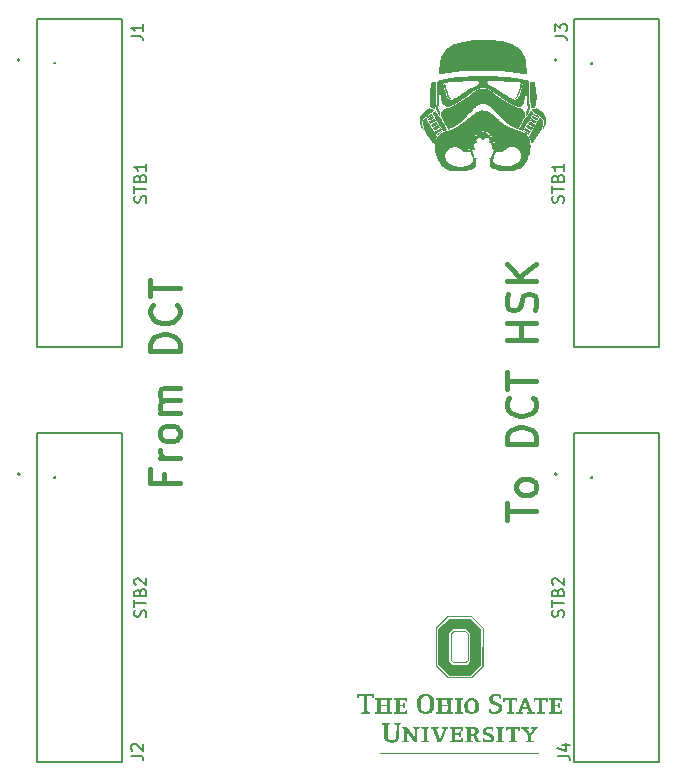
<source format=gbr>
%TF.GenerationSoftware,KiCad,Pcbnew,7.0.7*%
%TF.CreationDate,2023-09-14T17:34:39-04:00*%
%TF.ProjectId,Temps_South_DCT_HSK,54656d70-735f-4536-9f75-74685f444354,B*%
%TF.SameCoordinates,Original*%
%TF.FileFunction,Legend,Top*%
%TF.FilePolarity,Positive*%
%FSLAX46Y46*%
G04 Gerber Fmt 4.6, Leading zero omitted, Abs format (unit mm)*
G04 Created by KiCad (PCBNEW 7.0.7) date 2023-09-14 17:34:39*
%MOMM*%
%LPD*%
G01*
G04 APERTURE LIST*
%ADD10C,0.254000*%
%ADD11C,0.400000*%
%ADD12C,0.200000*%
%ADD13C,0.150000*%
%ADD14C,0.127000*%
G04 APERTURE END LIST*
D10*
X148920200Y-54838600D02*
G75*
G03*
X148920200Y-54838600I-25400J0D01*
G01*
X103454200Y-54813200D02*
G75*
G03*
X103454200Y-54813200I-25400J0D01*
G01*
X148920200Y-89916000D02*
G75*
G03*
X148920200Y-89916000I-25400J0D01*
G01*
X103454200Y-89916000D02*
G75*
G03*
X103454200Y-89916000I-25400J0D01*
G01*
D11*
X141701147Y-93502381D02*
X141701147Y-92073810D01*
X144201147Y-92788096D02*
X141701147Y-92788096D01*
X144201147Y-90883334D02*
X144082100Y-91121429D01*
X144082100Y-91121429D02*
X143963052Y-91240476D01*
X143963052Y-91240476D02*
X143724957Y-91359524D01*
X143724957Y-91359524D02*
X143010671Y-91359524D01*
X143010671Y-91359524D02*
X142772576Y-91240476D01*
X142772576Y-91240476D02*
X142653528Y-91121429D01*
X142653528Y-91121429D02*
X142534480Y-90883334D01*
X142534480Y-90883334D02*
X142534480Y-90526191D01*
X142534480Y-90526191D02*
X142653528Y-90288095D01*
X142653528Y-90288095D02*
X142772576Y-90169048D01*
X142772576Y-90169048D02*
X143010671Y-90050000D01*
X143010671Y-90050000D02*
X143724957Y-90050000D01*
X143724957Y-90050000D02*
X143963052Y-90169048D01*
X143963052Y-90169048D02*
X144082100Y-90288095D01*
X144082100Y-90288095D02*
X144201147Y-90526191D01*
X144201147Y-90526191D02*
X144201147Y-90883334D01*
X144201147Y-87073809D02*
X141701147Y-87073809D01*
X141701147Y-87073809D02*
X141701147Y-86478571D01*
X141701147Y-86478571D02*
X141820195Y-86121428D01*
X141820195Y-86121428D02*
X142058290Y-85883333D01*
X142058290Y-85883333D02*
X142296385Y-85764286D01*
X142296385Y-85764286D02*
X142772576Y-85645238D01*
X142772576Y-85645238D02*
X143129719Y-85645238D01*
X143129719Y-85645238D02*
X143605909Y-85764286D01*
X143605909Y-85764286D02*
X143844004Y-85883333D01*
X143844004Y-85883333D02*
X144082100Y-86121428D01*
X144082100Y-86121428D02*
X144201147Y-86478571D01*
X144201147Y-86478571D02*
X144201147Y-87073809D01*
X143963052Y-83145238D02*
X144082100Y-83264286D01*
X144082100Y-83264286D02*
X144201147Y-83621428D01*
X144201147Y-83621428D02*
X144201147Y-83859524D01*
X144201147Y-83859524D02*
X144082100Y-84216667D01*
X144082100Y-84216667D02*
X143844004Y-84454762D01*
X143844004Y-84454762D02*
X143605909Y-84573809D01*
X143605909Y-84573809D02*
X143129719Y-84692857D01*
X143129719Y-84692857D02*
X142772576Y-84692857D01*
X142772576Y-84692857D02*
X142296385Y-84573809D01*
X142296385Y-84573809D02*
X142058290Y-84454762D01*
X142058290Y-84454762D02*
X141820195Y-84216667D01*
X141820195Y-84216667D02*
X141701147Y-83859524D01*
X141701147Y-83859524D02*
X141701147Y-83621428D01*
X141701147Y-83621428D02*
X141820195Y-83264286D01*
X141820195Y-83264286D02*
X141939242Y-83145238D01*
X141701147Y-82430952D02*
X141701147Y-81002381D01*
X144201147Y-81716667D02*
X141701147Y-81716667D01*
X144201147Y-78264285D02*
X141701147Y-78264285D01*
X142891623Y-78264285D02*
X142891623Y-76835714D01*
X144201147Y-76835714D02*
X141701147Y-76835714D01*
X144082100Y-75764285D02*
X144201147Y-75407142D01*
X144201147Y-75407142D02*
X144201147Y-74811904D01*
X144201147Y-74811904D02*
X144082100Y-74573809D01*
X144082100Y-74573809D02*
X143963052Y-74454761D01*
X143963052Y-74454761D02*
X143724957Y-74335714D01*
X143724957Y-74335714D02*
X143486861Y-74335714D01*
X143486861Y-74335714D02*
X143248766Y-74454761D01*
X143248766Y-74454761D02*
X143129719Y-74573809D01*
X143129719Y-74573809D02*
X143010671Y-74811904D01*
X143010671Y-74811904D02*
X142891623Y-75288095D01*
X142891623Y-75288095D02*
X142772576Y-75526190D01*
X142772576Y-75526190D02*
X142653528Y-75645237D01*
X142653528Y-75645237D02*
X142415433Y-75764285D01*
X142415433Y-75764285D02*
X142177338Y-75764285D01*
X142177338Y-75764285D02*
X141939242Y-75645237D01*
X141939242Y-75645237D02*
X141820195Y-75526190D01*
X141820195Y-75526190D02*
X141701147Y-75288095D01*
X141701147Y-75288095D02*
X141701147Y-74692856D01*
X141701147Y-74692856D02*
X141820195Y-74335714D01*
X144201147Y-73264285D02*
X141701147Y-73264285D01*
X144201147Y-71835714D02*
X142772576Y-72907143D01*
X141701147Y-71835714D02*
X143129719Y-73264285D01*
D12*
X111148600Y-101718857D02*
X111196219Y-101576000D01*
X111196219Y-101576000D02*
X111196219Y-101337905D01*
X111196219Y-101337905D02*
X111148600Y-101242667D01*
X111148600Y-101242667D02*
X111100980Y-101195048D01*
X111100980Y-101195048D02*
X111005742Y-101147429D01*
X111005742Y-101147429D02*
X110910504Y-101147429D01*
X110910504Y-101147429D02*
X110815266Y-101195048D01*
X110815266Y-101195048D02*
X110767647Y-101242667D01*
X110767647Y-101242667D02*
X110720028Y-101337905D01*
X110720028Y-101337905D02*
X110672409Y-101528381D01*
X110672409Y-101528381D02*
X110624790Y-101623619D01*
X110624790Y-101623619D02*
X110577171Y-101671238D01*
X110577171Y-101671238D02*
X110481933Y-101718857D01*
X110481933Y-101718857D02*
X110386695Y-101718857D01*
X110386695Y-101718857D02*
X110291457Y-101671238D01*
X110291457Y-101671238D02*
X110243838Y-101623619D01*
X110243838Y-101623619D02*
X110196219Y-101528381D01*
X110196219Y-101528381D02*
X110196219Y-101290286D01*
X110196219Y-101290286D02*
X110243838Y-101147429D01*
X110196219Y-100861714D02*
X110196219Y-100290286D01*
X111196219Y-100576000D02*
X110196219Y-100576000D01*
X110672409Y-99623619D02*
X110720028Y-99480762D01*
X110720028Y-99480762D02*
X110767647Y-99433143D01*
X110767647Y-99433143D02*
X110862885Y-99385524D01*
X110862885Y-99385524D02*
X111005742Y-99385524D01*
X111005742Y-99385524D02*
X111100980Y-99433143D01*
X111100980Y-99433143D02*
X111148600Y-99480762D01*
X111148600Y-99480762D02*
X111196219Y-99576000D01*
X111196219Y-99576000D02*
X111196219Y-99956952D01*
X111196219Y-99956952D02*
X110196219Y-99956952D01*
X110196219Y-99956952D02*
X110196219Y-99623619D01*
X110196219Y-99623619D02*
X110243838Y-99528381D01*
X110243838Y-99528381D02*
X110291457Y-99480762D01*
X110291457Y-99480762D02*
X110386695Y-99433143D01*
X110386695Y-99433143D02*
X110481933Y-99433143D01*
X110481933Y-99433143D02*
X110577171Y-99480762D01*
X110577171Y-99480762D02*
X110624790Y-99528381D01*
X110624790Y-99528381D02*
X110672409Y-99623619D01*
X110672409Y-99623619D02*
X110672409Y-99956952D01*
X110291457Y-99004571D02*
X110243838Y-98956952D01*
X110243838Y-98956952D02*
X110196219Y-98861714D01*
X110196219Y-98861714D02*
X110196219Y-98623619D01*
X110196219Y-98623619D02*
X110243838Y-98528381D01*
X110243838Y-98528381D02*
X110291457Y-98480762D01*
X110291457Y-98480762D02*
X110386695Y-98433143D01*
X110386695Y-98433143D02*
X110481933Y-98433143D01*
X110481933Y-98433143D02*
X110624790Y-98480762D01*
X110624790Y-98480762D02*
X111196219Y-99052190D01*
X111196219Y-99052190D02*
X111196219Y-98433143D01*
X146505400Y-101718856D02*
X146553019Y-101575999D01*
X146553019Y-101575999D02*
X146553019Y-101337904D01*
X146553019Y-101337904D02*
X146505400Y-101242666D01*
X146505400Y-101242666D02*
X146457780Y-101195047D01*
X146457780Y-101195047D02*
X146362542Y-101147428D01*
X146362542Y-101147428D02*
X146267304Y-101147428D01*
X146267304Y-101147428D02*
X146172066Y-101195047D01*
X146172066Y-101195047D02*
X146124447Y-101242666D01*
X146124447Y-101242666D02*
X146076828Y-101337904D01*
X146076828Y-101337904D02*
X146029209Y-101528380D01*
X146029209Y-101528380D02*
X145981590Y-101623618D01*
X145981590Y-101623618D02*
X145933971Y-101671237D01*
X145933971Y-101671237D02*
X145838733Y-101718856D01*
X145838733Y-101718856D02*
X145743495Y-101718856D01*
X145743495Y-101718856D02*
X145648257Y-101671237D01*
X145648257Y-101671237D02*
X145600638Y-101623618D01*
X145600638Y-101623618D02*
X145553019Y-101528380D01*
X145553019Y-101528380D02*
X145553019Y-101290285D01*
X145553019Y-101290285D02*
X145600638Y-101147428D01*
X145553019Y-100861713D02*
X145553019Y-100290285D01*
X146553019Y-100575999D02*
X145553019Y-100575999D01*
X146029209Y-99623618D02*
X146076828Y-99480761D01*
X146076828Y-99480761D02*
X146124447Y-99433142D01*
X146124447Y-99433142D02*
X146219685Y-99385523D01*
X146219685Y-99385523D02*
X146362542Y-99385523D01*
X146362542Y-99385523D02*
X146457780Y-99433142D01*
X146457780Y-99433142D02*
X146505400Y-99480761D01*
X146505400Y-99480761D02*
X146553019Y-99575999D01*
X146553019Y-99575999D02*
X146553019Y-99956951D01*
X146553019Y-99956951D02*
X145553019Y-99956951D01*
X145553019Y-99956951D02*
X145553019Y-99623618D01*
X145553019Y-99623618D02*
X145600638Y-99528380D01*
X145600638Y-99528380D02*
X145648257Y-99480761D01*
X145648257Y-99480761D02*
X145743495Y-99433142D01*
X145743495Y-99433142D02*
X145838733Y-99433142D01*
X145838733Y-99433142D02*
X145933971Y-99480761D01*
X145933971Y-99480761D02*
X145981590Y-99528380D01*
X145981590Y-99528380D02*
X146029209Y-99623618D01*
X146029209Y-99623618D02*
X146029209Y-99956951D01*
X145648257Y-99004570D02*
X145600638Y-98956951D01*
X145600638Y-98956951D02*
X145553019Y-98861713D01*
X145553019Y-98861713D02*
X145553019Y-98623618D01*
X145553019Y-98623618D02*
X145600638Y-98528380D01*
X145600638Y-98528380D02*
X145648257Y-98480761D01*
X145648257Y-98480761D02*
X145743495Y-98433142D01*
X145743495Y-98433142D02*
X145838733Y-98433142D01*
X145838733Y-98433142D02*
X145981590Y-98480761D01*
X145981590Y-98480761D02*
X146553019Y-99052189D01*
X146553019Y-99052189D02*
X146553019Y-98433142D01*
D11*
X112716623Y-89579247D02*
X112716623Y-90412580D01*
X114026147Y-90412580D02*
X111526147Y-90412580D01*
X111526147Y-90412580D02*
X111526147Y-89222104D01*
X114026147Y-88269723D02*
X112359480Y-88269723D01*
X112835671Y-88269723D02*
X112597576Y-88150676D01*
X112597576Y-88150676D02*
X112478528Y-88031628D01*
X112478528Y-88031628D02*
X112359480Y-87793533D01*
X112359480Y-87793533D02*
X112359480Y-87555438D01*
X114026147Y-86364962D02*
X113907100Y-86603057D01*
X113907100Y-86603057D02*
X113788052Y-86722104D01*
X113788052Y-86722104D02*
X113549957Y-86841152D01*
X113549957Y-86841152D02*
X112835671Y-86841152D01*
X112835671Y-86841152D02*
X112597576Y-86722104D01*
X112597576Y-86722104D02*
X112478528Y-86603057D01*
X112478528Y-86603057D02*
X112359480Y-86364962D01*
X112359480Y-86364962D02*
X112359480Y-86007819D01*
X112359480Y-86007819D02*
X112478528Y-85769723D01*
X112478528Y-85769723D02*
X112597576Y-85650676D01*
X112597576Y-85650676D02*
X112835671Y-85531628D01*
X112835671Y-85531628D02*
X113549957Y-85531628D01*
X113549957Y-85531628D02*
X113788052Y-85650676D01*
X113788052Y-85650676D02*
X113907100Y-85769723D01*
X113907100Y-85769723D02*
X114026147Y-86007819D01*
X114026147Y-86007819D02*
X114026147Y-86364962D01*
X114026147Y-84460199D02*
X112359480Y-84460199D01*
X112597576Y-84460199D02*
X112478528Y-84341152D01*
X112478528Y-84341152D02*
X112359480Y-84103057D01*
X112359480Y-84103057D02*
X112359480Y-83745914D01*
X112359480Y-83745914D02*
X112478528Y-83507818D01*
X112478528Y-83507818D02*
X112716623Y-83388771D01*
X112716623Y-83388771D02*
X114026147Y-83388771D01*
X112716623Y-83388771D02*
X112478528Y-83269723D01*
X112478528Y-83269723D02*
X112359480Y-83031628D01*
X112359480Y-83031628D02*
X112359480Y-82674485D01*
X112359480Y-82674485D02*
X112478528Y-82436390D01*
X112478528Y-82436390D02*
X112716623Y-82317342D01*
X112716623Y-82317342D02*
X114026147Y-82317342D01*
X114026147Y-79222104D02*
X111526147Y-79222104D01*
X111526147Y-79222104D02*
X111526147Y-78626866D01*
X111526147Y-78626866D02*
X111645195Y-78269723D01*
X111645195Y-78269723D02*
X111883290Y-78031628D01*
X111883290Y-78031628D02*
X112121385Y-77912581D01*
X112121385Y-77912581D02*
X112597576Y-77793533D01*
X112597576Y-77793533D02*
X112954719Y-77793533D01*
X112954719Y-77793533D02*
X113430909Y-77912581D01*
X113430909Y-77912581D02*
X113669004Y-78031628D01*
X113669004Y-78031628D02*
X113907100Y-78269723D01*
X113907100Y-78269723D02*
X114026147Y-78626866D01*
X114026147Y-78626866D02*
X114026147Y-79222104D01*
X113788052Y-75293533D02*
X113907100Y-75412581D01*
X113907100Y-75412581D02*
X114026147Y-75769723D01*
X114026147Y-75769723D02*
X114026147Y-76007819D01*
X114026147Y-76007819D02*
X113907100Y-76364962D01*
X113907100Y-76364962D02*
X113669004Y-76603057D01*
X113669004Y-76603057D02*
X113430909Y-76722104D01*
X113430909Y-76722104D02*
X112954719Y-76841152D01*
X112954719Y-76841152D02*
X112597576Y-76841152D01*
X112597576Y-76841152D02*
X112121385Y-76722104D01*
X112121385Y-76722104D02*
X111883290Y-76603057D01*
X111883290Y-76603057D02*
X111645195Y-76364962D01*
X111645195Y-76364962D02*
X111526147Y-76007819D01*
X111526147Y-76007819D02*
X111526147Y-75769723D01*
X111526147Y-75769723D02*
X111645195Y-75412581D01*
X111645195Y-75412581D02*
X111764242Y-75293533D01*
X111526147Y-74579247D02*
X111526147Y-73150676D01*
X114026147Y-73864962D02*
X111526147Y-73864962D01*
D12*
X146505400Y-66641457D02*
X146553019Y-66498600D01*
X146553019Y-66498600D02*
X146553019Y-66260505D01*
X146553019Y-66260505D02*
X146505400Y-66165267D01*
X146505400Y-66165267D02*
X146457780Y-66117648D01*
X146457780Y-66117648D02*
X146362542Y-66070029D01*
X146362542Y-66070029D02*
X146267304Y-66070029D01*
X146267304Y-66070029D02*
X146172066Y-66117648D01*
X146172066Y-66117648D02*
X146124447Y-66165267D01*
X146124447Y-66165267D02*
X146076828Y-66260505D01*
X146076828Y-66260505D02*
X146029209Y-66450981D01*
X146029209Y-66450981D02*
X145981590Y-66546219D01*
X145981590Y-66546219D02*
X145933971Y-66593838D01*
X145933971Y-66593838D02*
X145838733Y-66641457D01*
X145838733Y-66641457D02*
X145743495Y-66641457D01*
X145743495Y-66641457D02*
X145648257Y-66593838D01*
X145648257Y-66593838D02*
X145600638Y-66546219D01*
X145600638Y-66546219D02*
X145553019Y-66450981D01*
X145553019Y-66450981D02*
X145553019Y-66212886D01*
X145553019Y-66212886D02*
X145600638Y-66070029D01*
X145553019Y-65784314D02*
X145553019Y-65212886D01*
X146553019Y-65498600D02*
X145553019Y-65498600D01*
X146029209Y-64546219D02*
X146076828Y-64403362D01*
X146076828Y-64403362D02*
X146124447Y-64355743D01*
X146124447Y-64355743D02*
X146219685Y-64308124D01*
X146219685Y-64308124D02*
X146362542Y-64308124D01*
X146362542Y-64308124D02*
X146457780Y-64355743D01*
X146457780Y-64355743D02*
X146505400Y-64403362D01*
X146505400Y-64403362D02*
X146553019Y-64498600D01*
X146553019Y-64498600D02*
X146553019Y-64879552D01*
X146553019Y-64879552D02*
X145553019Y-64879552D01*
X145553019Y-64879552D02*
X145553019Y-64546219D01*
X145553019Y-64546219D02*
X145600638Y-64450981D01*
X145600638Y-64450981D02*
X145648257Y-64403362D01*
X145648257Y-64403362D02*
X145743495Y-64355743D01*
X145743495Y-64355743D02*
X145838733Y-64355743D01*
X145838733Y-64355743D02*
X145933971Y-64403362D01*
X145933971Y-64403362D02*
X145981590Y-64450981D01*
X145981590Y-64450981D02*
X146029209Y-64546219D01*
X146029209Y-64546219D02*
X146029209Y-64879552D01*
X146553019Y-63355743D02*
X146553019Y-63927171D01*
X146553019Y-63641457D02*
X145553019Y-63641457D01*
X145553019Y-63641457D02*
X145695876Y-63736695D01*
X145695876Y-63736695D02*
X145791114Y-63831933D01*
X145791114Y-63831933D02*
X145838733Y-63927171D01*
X111148600Y-66641457D02*
X111196219Y-66498600D01*
X111196219Y-66498600D02*
X111196219Y-66260505D01*
X111196219Y-66260505D02*
X111148600Y-66165267D01*
X111148600Y-66165267D02*
X111100980Y-66117648D01*
X111100980Y-66117648D02*
X111005742Y-66070029D01*
X111005742Y-66070029D02*
X110910504Y-66070029D01*
X110910504Y-66070029D02*
X110815266Y-66117648D01*
X110815266Y-66117648D02*
X110767647Y-66165267D01*
X110767647Y-66165267D02*
X110720028Y-66260505D01*
X110720028Y-66260505D02*
X110672409Y-66450981D01*
X110672409Y-66450981D02*
X110624790Y-66546219D01*
X110624790Y-66546219D02*
X110577171Y-66593838D01*
X110577171Y-66593838D02*
X110481933Y-66641457D01*
X110481933Y-66641457D02*
X110386695Y-66641457D01*
X110386695Y-66641457D02*
X110291457Y-66593838D01*
X110291457Y-66593838D02*
X110243838Y-66546219D01*
X110243838Y-66546219D02*
X110196219Y-66450981D01*
X110196219Y-66450981D02*
X110196219Y-66212886D01*
X110196219Y-66212886D02*
X110243838Y-66070029D01*
X110196219Y-65784314D02*
X110196219Y-65212886D01*
X111196219Y-65498600D02*
X110196219Y-65498600D01*
X110672409Y-64546219D02*
X110720028Y-64403362D01*
X110720028Y-64403362D02*
X110767647Y-64355743D01*
X110767647Y-64355743D02*
X110862885Y-64308124D01*
X110862885Y-64308124D02*
X111005742Y-64308124D01*
X111005742Y-64308124D02*
X111100980Y-64355743D01*
X111100980Y-64355743D02*
X111148600Y-64403362D01*
X111148600Y-64403362D02*
X111196219Y-64498600D01*
X111196219Y-64498600D02*
X111196219Y-64879552D01*
X111196219Y-64879552D02*
X110196219Y-64879552D01*
X110196219Y-64879552D02*
X110196219Y-64546219D01*
X110196219Y-64546219D02*
X110243838Y-64450981D01*
X110243838Y-64450981D02*
X110291457Y-64403362D01*
X110291457Y-64403362D02*
X110386695Y-64355743D01*
X110386695Y-64355743D02*
X110481933Y-64355743D01*
X110481933Y-64355743D02*
X110577171Y-64403362D01*
X110577171Y-64403362D02*
X110624790Y-64450981D01*
X110624790Y-64450981D02*
X110672409Y-64546219D01*
X110672409Y-64546219D02*
X110672409Y-64879552D01*
X111196219Y-63355743D02*
X111196219Y-63927171D01*
X111196219Y-63641457D02*
X110196219Y-63641457D01*
X110196219Y-63641457D02*
X110339076Y-63736695D01*
X110339076Y-63736695D02*
X110434314Y-63831933D01*
X110434314Y-63831933D02*
X110481933Y-63927171D01*
D13*
X109940219Y-113464933D02*
X110654504Y-113464933D01*
X110654504Y-113464933D02*
X110797361Y-113512552D01*
X110797361Y-113512552D02*
X110892600Y-113607790D01*
X110892600Y-113607790D02*
X110940219Y-113750647D01*
X110940219Y-113750647D02*
X110940219Y-113845885D01*
X110035457Y-113036361D02*
X109987838Y-112988742D01*
X109987838Y-112988742D02*
X109940219Y-112893504D01*
X109940219Y-112893504D02*
X109940219Y-112655409D01*
X109940219Y-112655409D02*
X109987838Y-112560171D01*
X109987838Y-112560171D02*
X110035457Y-112512552D01*
X110035457Y-112512552D02*
X110130695Y-112464933D01*
X110130695Y-112464933D02*
X110225933Y-112464933D01*
X110225933Y-112464933D02*
X110368790Y-112512552D01*
X110368790Y-112512552D02*
X110940219Y-113083980D01*
X110940219Y-113083980D02*
X110940219Y-112464933D01*
X145809619Y-52530333D02*
X146523904Y-52530333D01*
X146523904Y-52530333D02*
X146666761Y-52577952D01*
X146666761Y-52577952D02*
X146762000Y-52673190D01*
X146762000Y-52673190D02*
X146809619Y-52816047D01*
X146809619Y-52816047D02*
X146809619Y-52911285D01*
X145809619Y-52149380D02*
X145809619Y-51530333D01*
X145809619Y-51530333D02*
X146190571Y-51863666D01*
X146190571Y-51863666D02*
X146190571Y-51720809D01*
X146190571Y-51720809D02*
X146238190Y-51625571D01*
X146238190Y-51625571D02*
X146285809Y-51577952D01*
X146285809Y-51577952D02*
X146381047Y-51530333D01*
X146381047Y-51530333D02*
X146619142Y-51530333D01*
X146619142Y-51530333D02*
X146714380Y-51577952D01*
X146714380Y-51577952D02*
X146762000Y-51625571D01*
X146762000Y-51625571D02*
X146809619Y-51720809D01*
X146809619Y-51720809D02*
X146809619Y-52006523D01*
X146809619Y-52006523D02*
X146762000Y-52101761D01*
X146762000Y-52101761D02*
X146714380Y-52149380D01*
X146038219Y-113464933D02*
X146752504Y-113464933D01*
X146752504Y-113464933D02*
X146895361Y-113512552D01*
X146895361Y-113512552D02*
X146990600Y-113607790D01*
X146990600Y-113607790D02*
X147038219Y-113750647D01*
X147038219Y-113750647D02*
X147038219Y-113845885D01*
X146371552Y-112560171D02*
X147038219Y-112560171D01*
X145990600Y-112798266D02*
X146704885Y-113036361D01*
X146704885Y-113036361D02*
X146704885Y-112417314D01*
X109940219Y-52530333D02*
X110654504Y-52530333D01*
X110654504Y-52530333D02*
X110797361Y-52577952D01*
X110797361Y-52577952D02*
X110892600Y-52673190D01*
X110892600Y-52673190D02*
X110940219Y-52816047D01*
X110940219Y-52816047D02*
X110940219Y-52911285D01*
X110940219Y-51530333D02*
X110940219Y-52101761D01*
X110940219Y-51816047D02*
X109940219Y-51816047D01*
X109940219Y-51816047D02*
X110083076Y-51911285D01*
X110083076Y-51911285D02*
X110178314Y-52006523D01*
X110178314Y-52006523D02*
X110225933Y-52101761D01*
D14*
%TO.C,J2*%
X109144000Y-86182000D02*
X109144000Y-113970000D01*
X101930000Y-86182000D02*
X109144000Y-86182000D01*
X109144000Y-113970000D02*
X101930000Y-113970000D01*
X101930000Y-113970000D02*
X101930000Y-86182000D01*
D12*
X100495480Y-89641680D02*
G75*
G03*
X100495480Y-89641680I-100000J0D01*
G01*
%TO.C,G\u002A\u002A\u002A*%
G36*
X144459142Y-113322700D02*
G01*
X131029257Y-113322700D01*
X131029257Y-113225382D01*
X144459142Y-113225382D01*
X144459142Y-113322700D01*
G37*
G36*
X145172807Y-108959610D02*
G01*
X145047240Y-108959610D01*
X145025220Y-108764974D01*
X144734876Y-108764974D01*
X144734876Y-109752763D01*
X144929512Y-109774783D01*
X144929512Y-109900350D01*
X144248286Y-109900350D01*
X144248286Y-109774783D01*
X144442922Y-109752763D01*
X144442922Y-108764974D01*
X144152579Y-108764974D01*
X144130559Y-108959610D01*
X144004991Y-108959610D01*
X144004991Y-108602777D01*
X145172807Y-108602777D01*
X145172807Y-108959610D01*
G37*
G36*
X135165272Y-111162299D02*
G01*
X134970636Y-111184889D01*
X134970636Y-112183641D01*
X135063899Y-112197647D01*
X135116203Y-112206335D01*
X135144521Y-112216386D01*
X135156951Y-112233965D01*
X135161590Y-112265234D01*
X135162196Y-112272477D01*
X135167231Y-112333301D01*
X134484046Y-112333301D01*
X134484046Y-112276023D01*
X134485784Y-112242551D01*
X134495579Y-112221936D01*
X134520309Y-112209480D01*
X134566847Y-112200481D01*
X134601639Y-112195650D01*
X134678682Y-112185336D01*
X134678682Y-111184889D01*
X134484046Y-111162299D01*
X134484046Y-111035727D01*
X135165272Y-111035727D01*
X135165272Y-111162299D01*
G37*
G36*
X138390109Y-103029339D02*
G01*
X138522744Y-103165225D01*
X138522744Y-105379027D01*
X138390109Y-105514912D01*
X138257475Y-105650797D01*
X137232564Y-105650797D01*
X137099110Y-105516646D01*
X136965655Y-105382495D01*
X136965655Y-105349861D01*
X137062973Y-105349861D01*
X137163878Y-105451670D01*
X137264782Y-105553479D01*
X138221807Y-105553479D01*
X138323616Y-105452575D01*
X138425426Y-105351671D01*
X138425426Y-103194332D01*
X138207330Y-102974552D01*
X137282753Y-102974552D01*
X137062973Y-103192648D01*
X137062973Y-105349861D01*
X136965655Y-105349861D01*
X136965655Y-103160362D01*
X137099806Y-103026908D01*
X137233958Y-102893454D01*
X138257475Y-102893454D01*
X138390109Y-103029339D01*
G37*
G36*
X139110819Y-102289382D02*
G01*
X139544583Y-102723369D01*
X139544583Y-105821904D01*
X138675447Y-106688856D01*
X136811347Y-106688856D01*
X136369472Y-106246762D01*
X135927597Y-105804667D01*
X135927597Y-105431302D01*
X136819678Y-105431302D01*
X136993763Y-105605929D01*
X137167848Y-105780555D01*
X138319444Y-105780555D01*
X138485972Y-105614593D01*
X138652501Y-105448631D01*
X138652501Y-103096729D01*
X138304331Y-102747477D01*
X137185129Y-102747477D01*
X137002403Y-102929684D01*
X136819678Y-103111890D01*
X136819678Y-105431302D01*
X135927597Y-105431302D01*
X135927597Y-102739146D01*
X136369691Y-102297271D01*
X136811786Y-101855395D01*
X138677056Y-101855395D01*
X139110819Y-102289382D01*
G37*
G36*
X139755438Y-102617382D02*
G01*
X139755438Y-105902399D01*
X139256587Y-106401055D01*
X138757736Y-106899712D01*
X136709866Y-106899712D01*
X136222023Y-106400957D01*
X135734179Y-105902202D01*
X135734161Y-105853341D01*
X135814059Y-105853341D01*
X136288381Y-106327867D01*
X136762703Y-106802394D01*
X138725699Y-106802394D01*
X139191744Y-106336078D01*
X139657789Y-105869763D01*
X139679701Y-102663839D01*
X139210810Y-102194738D01*
X138741919Y-101725638D01*
X136746896Y-101725638D01*
X136280478Y-102191848D01*
X135814059Y-102658059D01*
X135814059Y-105853341D01*
X135734161Y-105853341D01*
X135732961Y-102609410D01*
X136714447Y-101628320D01*
X138777694Y-101628320D01*
X139755438Y-102617382D01*
G37*
G36*
X142820956Y-111392560D02*
G01*
X142695388Y-111392560D01*
X142673368Y-111197924D01*
X142383025Y-111197924D01*
X142383025Y-112183641D01*
X142476288Y-112197647D01*
X142528591Y-112206335D01*
X142556909Y-112216386D01*
X142569339Y-112233965D01*
X142573978Y-112265234D01*
X142574585Y-112272477D01*
X142579619Y-112333301D01*
X141894476Y-112333301D01*
X141899510Y-112272477D01*
X141903623Y-112238217D01*
X141914129Y-112218714D01*
X141939123Y-112207802D01*
X141986703Y-112199319D01*
X141997807Y-112197647D01*
X142091071Y-112183641D01*
X142091071Y-111197924D01*
X141802302Y-111197924D01*
X141779712Y-111392560D01*
X141653139Y-111392560D01*
X141653139Y-111035727D01*
X142820956Y-111035727D01*
X142820956Y-111392560D01*
G37*
G36*
X141507162Y-111160234D02*
G01*
X141320636Y-111189814D01*
X141316350Y-111686693D01*
X141312063Y-112183573D01*
X141405558Y-112197613D01*
X141457941Y-112206306D01*
X141486329Y-112216336D01*
X141498806Y-112233846D01*
X141503459Y-112264979D01*
X141504087Y-112272477D01*
X141509121Y-112333301D01*
X140825936Y-112333301D01*
X140825936Y-112276023D01*
X140827674Y-112242551D01*
X140837469Y-112221936D01*
X140862199Y-112209480D01*
X140908737Y-112200481D01*
X140943529Y-112195650D01*
X141020572Y-112185336D01*
X141020572Y-111185387D01*
X140927309Y-111171381D01*
X140875075Y-111162740D01*
X140847243Y-111153055D01*
X140836130Y-111136495D01*
X140834053Y-111107229D01*
X140834046Y-111100606D01*
X140834046Y-111043837D01*
X141507162Y-111035069D01*
X141507162Y-111160234D01*
G37*
G36*
X138019934Y-108728344D02*
G01*
X137922616Y-108739355D01*
X137825298Y-108750365D01*
X137825298Y-109243302D01*
X137825813Y-109387817D01*
X137827310Y-109511105D01*
X137829717Y-109610876D01*
X137832962Y-109684837D01*
X137836972Y-109730697D01*
X137841131Y-109746025D01*
X137865462Y-109753488D01*
X137909807Y-109761595D01*
X137938449Y-109765461D01*
X138019934Y-109775112D01*
X138019934Y-109900350D01*
X137336750Y-109900350D01*
X137341784Y-109839527D01*
X137345897Y-109805267D01*
X137356402Y-109785764D01*
X137381396Y-109774852D01*
X137428977Y-109766369D01*
X137440081Y-109764697D01*
X137533344Y-109750691D01*
X137533344Y-108752436D01*
X137440081Y-108738430D01*
X137387777Y-108729742D01*
X137359459Y-108719691D01*
X137347029Y-108702113D01*
X137342390Y-108670843D01*
X137341784Y-108663601D01*
X137336750Y-108602777D01*
X138019934Y-108602777D01*
X138019934Y-108728344D01*
G37*
G36*
X142626320Y-108959610D02*
G01*
X142498550Y-108959610D01*
X142488235Y-108882566D01*
X142480383Y-108826914D01*
X142470421Y-108792321D01*
X142451491Y-108773791D01*
X142416734Y-108766331D01*
X142359291Y-108764946D01*
X142326765Y-108764974D01*
X142188389Y-108764974D01*
X142188389Y-109752039D01*
X142366805Y-109774331D01*
X142366805Y-109900350D01*
X141701798Y-109900350D01*
X141701798Y-109774331D01*
X141791007Y-109763185D01*
X141880215Y-109752039D01*
X141880215Y-108764974D01*
X141742657Y-108764974D01*
X141675180Y-108764842D01*
X141632945Y-108768362D01*
X141608831Y-108781403D01*
X141595715Y-108809839D01*
X141586475Y-108859539D01*
X141580351Y-108898786D01*
X141571757Y-108937990D01*
X141555795Y-108955238D01*
X141521548Y-108959514D01*
X141506428Y-108959610D01*
X141442284Y-108959610D01*
X141442284Y-108602777D01*
X142626320Y-108602777D01*
X142626320Y-108959610D01*
G37*
G36*
X146405502Y-108943390D02*
G01*
X146278219Y-108943390D01*
X146251147Y-108773084D01*
X146012041Y-108768595D01*
X145772935Y-108764107D01*
X145772935Y-109155463D01*
X145922967Y-109150799D01*
X146072999Y-109146136D01*
X146087445Y-109060983D01*
X146096948Y-109011655D01*
X146108065Y-108986372D01*
X146127293Y-108977107D01*
X146156379Y-108975829D01*
X146210866Y-108975829D01*
X146210866Y-109462419D01*
X146154656Y-109462419D01*
X146121246Y-109460740D01*
X146103242Y-109450181D01*
X146093804Y-109422459D01*
X146087688Y-109381321D01*
X146076930Y-109300223D01*
X145772935Y-109300223D01*
X145772935Y-109739021D01*
X146012041Y-109734532D01*
X146251147Y-109730044D01*
X146264683Y-109644891D01*
X146278219Y-109559737D01*
X146405502Y-109559737D01*
X146405502Y-109900350D01*
X145286345Y-109900350D01*
X145286345Y-109774783D01*
X145480981Y-109752763D01*
X145480981Y-108752436D01*
X145387718Y-108738430D01*
X145335415Y-108729742D01*
X145307096Y-108719691D01*
X145294666Y-108702113D01*
X145290027Y-108670843D01*
X145289421Y-108663601D01*
X145284387Y-108602777D01*
X146405502Y-108602777D01*
X146405502Y-108943390D01*
G37*
G36*
X133283791Y-108943390D02*
G01*
X133156368Y-108943390D01*
X133134076Y-108764974D01*
X132650194Y-108764974D01*
X132659334Y-109146136D01*
X132951058Y-109146136D01*
X132968170Y-109065038D01*
X132980077Y-109016802D01*
X132993950Y-108991896D01*
X133016776Y-108981602D01*
X133037218Y-108978857D01*
X133089155Y-108973774D01*
X133089155Y-109462419D01*
X133033908Y-109462419D01*
X133001045Y-109460658D01*
X132983238Y-109449855D01*
X132973709Y-109421734D01*
X132967507Y-109381321D01*
X132956353Y-109300223D01*
X132651224Y-109300223D01*
X132651224Y-109738154D01*
X133134076Y-109738154D01*
X133145222Y-109648946D01*
X133156368Y-109559737D01*
X133283791Y-109559737D01*
X133283791Y-109900350D01*
X132162676Y-109900350D01*
X132167710Y-109839527D01*
X132171823Y-109805267D01*
X132182328Y-109785764D01*
X132207322Y-109774852D01*
X132254902Y-109766369D01*
X132266007Y-109764697D01*
X132359270Y-109750691D01*
X132359270Y-108752436D01*
X132266007Y-108738430D01*
X132213703Y-108729742D01*
X132185385Y-108719691D01*
X132172955Y-108702113D01*
X132168316Y-108670843D01*
X132167710Y-108663601D01*
X132162676Y-108602777D01*
X133283791Y-108602777D01*
X133283791Y-108943390D01*
G37*
G36*
X138003714Y-111376340D02*
G01*
X137876291Y-111376340D01*
X137853999Y-111197924D01*
X137370118Y-111197924D01*
X137374687Y-111388505D01*
X137379257Y-111579086D01*
X137670982Y-111579086D01*
X137688093Y-111497988D01*
X137700000Y-111449752D01*
X137713874Y-111424846D01*
X137736700Y-111414552D01*
X137757141Y-111411807D01*
X137809078Y-111406724D01*
X137809078Y-111895370D01*
X137754399Y-111895370D01*
X137721868Y-111893583D01*
X137704271Y-111882699D01*
X137694922Y-111854433D01*
X137688962Y-111814271D01*
X137678204Y-111733173D01*
X137371147Y-111733173D01*
X137371147Y-112171104D01*
X137853999Y-112171104D01*
X137876291Y-111992688D01*
X138003714Y-111992688D01*
X138003714Y-112333301D01*
X136884557Y-112333301D01*
X136884557Y-112276023D01*
X136886294Y-112242551D01*
X136896090Y-112221936D01*
X136920820Y-112209480D01*
X136967358Y-112200481D01*
X137002150Y-112195650D01*
X137079193Y-112185336D01*
X137079193Y-111185387D01*
X136985930Y-111171381D01*
X136933696Y-111162740D01*
X136905864Y-111153055D01*
X136894750Y-111136495D01*
X136892674Y-111107229D01*
X136892667Y-111100606D01*
X136892667Y-111043837D01*
X137448191Y-111039569D01*
X138003714Y-111035301D01*
X138003714Y-111376340D01*
G37*
G36*
X133554423Y-111369333D02*
G01*
X133625077Y-111467700D01*
X133694026Y-111563712D01*
X133757560Y-111652199D01*
X133811970Y-111727996D01*
X133853545Y-111785933D01*
X133871754Y-111811324D01*
X133948797Y-111918807D01*
X133948797Y-111184889D01*
X133754161Y-111162299D01*
X133754161Y-111035727D01*
X134338069Y-111035727D01*
X134338069Y-111162299D01*
X134143433Y-111184889D01*
X134143433Y-112333301D01*
X134025841Y-112332602D01*
X133908248Y-112331904D01*
X133618011Y-111920390D01*
X133544382Y-111816228D01*
X133475171Y-111718757D01*
X133413017Y-111631662D01*
X133360562Y-111558626D01*
X133320446Y-111503335D01*
X133295308Y-111469472D01*
X133290146Y-111462883D01*
X133252518Y-111416889D01*
X133251935Y-111800265D01*
X133251351Y-112183641D01*
X133344615Y-112197647D01*
X133396918Y-112206335D01*
X133425236Y-112216386D01*
X133437666Y-112233965D01*
X133442305Y-112265234D01*
X133442912Y-112272477D01*
X133447946Y-112333301D01*
X132862079Y-112333301D01*
X132862079Y-112276023D01*
X132863817Y-112242551D01*
X132873612Y-112221936D01*
X132898342Y-112209480D01*
X132944881Y-112200481D01*
X132979672Y-112195650D01*
X133056715Y-112185336D01*
X133056715Y-111185387D01*
X132963452Y-111171381D01*
X132911218Y-111162740D01*
X132883386Y-111153055D01*
X132872273Y-111136495D01*
X132870196Y-111107229D01*
X132870189Y-111100606D01*
X132870189Y-111043837D01*
X133092163Y-111039331D01*
X133314136Y-111034825D01*
X133554423Y-111369333D01*
G37*
G36*
X143631939Y-111161747D02*
G01*
X143541502Y-111173046D01*
X143485436Y-111183317D01*
X143459563Y-111196114D01*
X143458409Y-111203299D01*
X143469448Y-111223264D01*
X143494669Y-111264955D01*
X143530660Y-111322844D01*
X143574009Y-111391404D01*
X143588347Y-111413863D01*
X143636855Y-111489295D01*
X143671195Y-111540714D01*
X143694580Y-111571497D01*
X143710222Y-111585022D01*
X143721336Y-111584665D01*
X143731134Y-111573804D01*
X143734973Y-111567950D01*
X143752795Y-111539817D01*
X143783486Y-111491064D01*
X143822721Y-111428573D01*
X143865613Y-111360121D01*
X143972221Y-111189814D01*
X143883179Y-111175024D01*
X143794136Y-111160234D01*
X143794136Y-111035727D01*
X144361824Y-111035727D01*
X144361824Y-111161747D01*
X144184910Y-111183851D01*
X143997632Y-111474562D01*
X143810355Y-111765274D01*
X143810355Y-112185336D01*
X143887399Y-112195650D01*
X143947877Y-112204702D01*
X143982999Y-112214788D01*
X143999641Y-112230607D01*
X144004677Y-112256859D01*
X144004991Y-112276023D01*
X144004991Y-112333301D01*
X143321807Y-112333301D01*
X143326841Y-112272477D01*
X143330954Y-112238217D01*
X143341459Y-112218714D01*
X143366454Y-112207802D01*
X143414034Y-112199319D01*
X143425138Y-112197647D01*
X143518401Y-112183641D01*
X143518401Y-111781959D01*
X143322757Y-111482873D01*
X143127113Y-111183786D01*
X143038913Y-111172767D01*
X142950713Y-111161747D01*
X142950713Y-111035727D01*
X143631939Y-111035727D01*
X143631939Y-111161747D01*
G37*
G36*
X136787239Y-111160234D02*
G01*
X136695404Y-111175024D01*
X136603570Y-111189814D01*
X136390780Y-111757502D01*
X136177990Y-112325191D01*
X136036309Y-112329881D01*
X135966982Y-112331383D01*
X135923336Y-112329593D01*
X135898688Y-112323448D01*
X135886355Y-112311885D01*
X135883391Y-112305552D01*
X135875209Y-112284056D01*
X135856946Y-112235853D01*
X135829978Y-112164584D01*
X135795683Y-112073889D01*
X135755436Y-111967409D01*
X135710616Y-111848785D01*
X135666947Y-111733173D01*
X135461739Y-111189814D01*
X135370275Y-111175024D01*
X135278810Y-111160234D01*
X135278810Y-111035727D01*
X135943816Y-111035727D01*
X135943816Y-111161747D01*
X135854608Y-111172893D01*
X135805842Y-111180641D01*
X135773440Y-111188960D01*
X135765400Y-111194147D01*
X135770878Y-111215842D01*
X135786132Y-111261755D01*
X135809389Y-111327268D01*
X135838877Y-111407762D01*
X135872824Y-111498620D01*
X135909457Y-111595225D01*
X135947005Y-111692958D01*
X135983695Y-111787203D01*
X136017755Y-111873341D01*
X136047413Y-111946755D01*
X136070896Y-112002827D01*
X136086433Y-112036939D01*
X136092041Y-112045251D01*
X136099893Y-112028107D01*
X136116998Y-111985308D01*
X136141561Y-111921699D01*
X136171784Y-111842123D01*
X136205870Y-111751425D01*
X136242023Y-111654449D01*
X136278446Y-111556038D01*
X136313342Y-111461039D01*
X136344915Y-111374293D01*
X136371367Y-111300646D01*
X136390902Y-111244942D01*
X136401723Y-111212025D01*
X136403206Y-111206340D01*
X136390350Y-111194881D01*
X136354145Y-111181837D01*
X136316869Y-111173028D01*
X136266168Y-111162128D01*
X136239591Y-111150658D01*
X136229351Y-111132219D01*
X136227661Y-111100412D01*
X136227661Y-111043837D01*
X136787239Y-111034961D01*
X136787239Y-111160234D01*
G37*
G36*
X130461569Y-108618997D02*
G01*
X130397425Y-108618997D01*
X130355732Y-108616825D01*
X130335532Y-108604319D01*
X130325906Y-108572497D01*
X130323502Y-108558173D01*
X130314779Y-108501156D01*
X130306431Y-108463034D01*
X130292520Y-108440041D01*
X130267112Y-108428414D01*
X130224270Y-108424387D01*
X130158059Y-108424195D01*
X130112537Y-108424361D01*
X129926320Y-108424361D01*
X129926320Y-109080164D01*
X129926136Y-109244682D01*
X129925948Y-109379729D01*
X129926303Y-109488270D01*
X129927746Y-109573271D01*
X129930823Y-109637695D01*
X129936080Y-109684508D01*
X129944064Y-109716673D01*
X129955319Y-109737156D01*
X129970393Y-109748920D01*
X129989830Y-109754931D01*
X130014178Y-109758153D01*
X130043982Y-109761551D01*
X130052022Y-109762724D01*
X130095107Y-109771114D01*
X130115002Y-109784771D01*
X130120664Y-109813331D01*
X130120956Y-109836897D01*
X130120956Y-109900350D01*
X129423510Y-109900350D01*
X129423510Y-109836897D01*
X129425345Y-109796953D01*
X129436820Y-109776855D01*
X129466890Y-109766967D01*
X129492443Y-109762724D01*
X129523640Y-109758842D01*
X129549250Y-109755849D01*
X129569818Y-109750779D01*
X129585891Y-109740668D01*
X129598015Y-109722553D01*
X129606735Y-109693467D01*
X129612598Y-109650447D01*
X129616150Y-109590528D01*
X129617936Y-109510746D01*
X129618502Y-109408135D01*
X129618395Y-109279731D01*
X129618160Y-109122571D01*
X129618146Y-109080164D01*
X129618146Y-108424361D01*
X129246563Y-108424361D01*
X129236784Y-108485184D01*
X129225965Y-108550388D01*
X129216436Y-108590000D01*
X129203945Y-108610392D01*
X129184239Y-108617936D01*
X129153065Y-108619002D01*
X129147466Y-108618997D01*
X129082897Y-108618997D01*
X129082897Y-108245944D01*
X130461569Y-108245944D01*
X130461569Y-108618997D01*
G37*
G36*
X131237037Y-108663601D02*
G01*
X131232924Y-108697860D01*
X131222418Y-108717364D01*
X131197424Y-108728275D01*
X131149844Y-108736758D01*
X131138740Y-108738430D01*
X131045477Y-108752436D01*
X131045477Y-109138026D01*
X131548286Y-109138026D01*
X131548286Y-108752436D01*
X131455023Y-108738430D01*
X131402720Y-108729742D01*
X131374402Y-108719691D01*
X131361971Y-108702113D01*
X131357332Y-108670843D01*
X131356726Y-108663601D01*
X131351692Y-108602777D01*
X132036835Y-108602777D01*
X132031801Y-108663601D01*
X132027687Y-108697860D01*
X132017182Y-108717364D01*
X131992188Y-108728275D01*
X131944608Y-108736758D01*
X131933503Y-108738430D01*
X131840240Y-108752436D01*
X131840240Y-109750691D01*
X131933503Y-109764697D01*
X131985807Y-109773385D01*
X132014125Y-109783436D01*
X132026555Y-109801015D01*
X132031194Y-109832284D01*
X132031801Y-109839527D01*
X132036835Y-109900350D01*
X131353650Y-109900350D01*
X131353650Y-109775112D01*
X131435135Y-109765461D01*
X131485276Y-109758051D01*
X131522197Y-109749928D01*
X131532453Y-109746025D01*
X131538550Y-109726695D01*
X131543478Y-109680539D01*
X131546846Y-109613163D01*
X131548265Y-109530172D01*
X131548286Y-109518231D01*
X131548286Y-109300223D01*
X131045477Y-109300223D01*
X131045477Y-109750691D01*
X131138740Y-109764697D01*
X131191043Y-109773385D01*
X131219361Y-109783436D01*
X131231791Y-109801015D01*
X131236430Y-109832284D01*
X131237037Y-109839527D01*
X131242071Y-109900350D01*
X130558887Y-109900350D01*
X130558887Y-109774783D01*
X130753523Y-109752763D01*
X130753523Y-108752436D01*
X130660260Y-108738430D01*
X130607956Y-108729742D01*
X130579638Y-108719691D01*
X130567208Y-108702113D01*
X130562569Y-108670843D01*
X130561962Y-108663601D01*
X130556928Y-108602777D01*
X131242071Y-108602777D01*
X131237037Y-108663601D01*
G37*
G36*
X136394891Y-108663601D02*
G01*
X136390778Y-108697860D01*
X136380273Y-108717364D01*
X136355279Y-108728275D01*
X136307698Y-108736758D01*
X136296594Y-108738430D01*
X136203331Y-108752436D01*
X136203331Y-109138026D01*
X136707170Y-109138026D01*
X136702601Y-108947445D01*
X136698031Y-108756864D01*
X136608823Y-108739861D01*
X136557998Y-108729113D01*
X136530860Y-108717311D01*
X136519159Y-108697709D01*
X136514643Y-108663565D01*
X136514581Y-108662817D01*
X136509547Y-108602777D01*
X137194689Y-108602777D01*
X137189655Y-108663601D01*
X137185542Y-108697860D01*
X137175037Y-108717364D01*
X137150042Y-108728275D01*
X137102462Y-108736758D01*
X137091358Y-108738430D01*
X136998095Y-108752436D01*
X136998095Y-109750691D01*
X137091358Y-109764697D01*
X137143661Y-109773385D01*
X137171980Y-109783436D01*
X137184410Y-109801015D01*
X137189049Y-109832284D01*
X137189655Y-109839527D01*
X137194689Y-109900350D01*
X136511505Y-109900350D01*
X136511505Y-109775112D01*
X136592989Y-109765461D01*
X136643130Y-109758051D01*
X136680051Y-109749928D01*
X136690307Y-109746025D01*
X136696405Y-109726695D01*
X136701332Y-109680539D01*
X136704700Y-109613163D01*
X136706120Y-109530172D01*
X136706141Y-109518231D01*
X136706141Y-109300223D01*
X136203331Y-109300223D01*
X136203331Y-109750691D01*
X136296594Y-109764697D01*
X136348898Y-109773385D01*
X136377216Y-109783436D01*
X136389646Y-109801015D01*
X136394285Y-109832284D01*
X136394891Y-109839527D01*
X136399925Y-109900350D01*
X135716741Y-109900350D01*
X135716741Y-109774783D01*
X135911377Y-109752763D01*
X135911377Y-108752436D01*
X135818114Y-108738430D01*
X135765811Y-108729742D01*
X135737492Y-108719691D01*
X135725062Y-108702113D01*
X135720423Y-108670843D01*
X135719817Y-108663601D01*
X135714783Y-108602777D01*
X136399925Y-108602777D01*
X136394891Y-108663601D01*
G37*
G36*
X143546664Y-108849521D02*
G01*
X143584229Y-108946056D01*
X143629541Y-109062749D01*
X143678677Y-109189488D01*
X143727719Y-109316162D01*
X143769558Y-109424407D01*
X143895803Y-109751337D01*
X143986892Y-109765020D01*
X144038439Y-109773660D01*
X144066103Y-109783924D01*
X144078094Y-109802176D01*
X144082618Y-109834777D01*
X144083014Y-109839527D01*
X144088048Y-109900350D01*
X143402905Y-109900350D01*
X143407939Y-109839907D01*
X143412238Y-109805609D01*
X143423274Y-109785854D01*
X143449180Y-109774161D01*
X143498092Y-109764049D01*
X143504621Y-109762864D01*
X143596269Y-109746264D01*
X143505843Y-109519188D01*
X143012622Y-109519188D01*
X142973558Y-109615207D01*
X142953148Y-109668390D01*
X142939011Y-109710994D01*
X142934493Y-109731562D01*
X142949506Y-109746121D01*
X142989804Y-109759559D01*
X143019646Y-109765368D01*
X143069083Y-109774305D01*
X143094953Y-109785530D01*
X143105786Y-109806063D01*
X143109834Y-109839593D01*
X143114868Y-109900350D01*
X142545221Y-109900350D01*
X142545221Y-109775844D01*
X142637989Y-109761054D01*
X142730756Y-109746264D01*
X142882810Y-109353166D01*
X143080470Y-109353166D01*
X143095597Y-109357962D01*
X143136613Y-109361838D01*
X143196973Y-109364356D01*
X143258887Y-109365101D01*
X143330581Y-109364090D01*
X143388521Y-109361346D01*
X143426160Y-109357308D01*
X143437303Y-109353166D01*
X143431950Y-109331085D01*
X143417479Y-109286619D01*
X143396270Y-109226101D01*
X143370702Y-109155864D01*
X143343156Y-109082239D01*
X143316013Y-109011559D01*
X143291652Y-108950156D01*
X143272454Y-108904362D01*
X143260798Y-108880508D01*
X143258887Y-108878511D01*
X143250586Y-108892751D01*
X143233872Y-108931250D01*
X143211125Y-108987675D01*
X143184723Y-109055695D01*
X143157049Y-109128977D01*
X143130481Y-109201188D01*
X143107400Y-109265998D01*
X143090187Y-109317073D01*
X143081221Y-109348082D01*
X143080470Y-109353166D01*
X142882810Y-109353166D01*
X142950343Y-109178575D01*
X143169930Y-108610887D01*
X143450014Y-108601565D01*
X143546664Y-108849521D01*
G37*
G36*
X134954154Y-108226081D02*
G01*
X135093139Y-108251558D01*
X135222321Y-108298561D01*
X135306708Y-108346486D01*
X135397436Y-108427179D01*
X135471050Y-108533847D01*
X135526871Y-108664492D01*
X135564217Y-108817120D01*
X135582409Y-108989735D01*
X135582142Y-109154246D01*
X135563422Y-109336151D01*
X135524950Y-109492511D01*
X135466266Y-109623861D01*
X135386909Y-109730735D01*
X135286420Y-109813669D01*
X135164338Y-109873197D01*
X135020202Y-109909855D01*
X134921977Y-109921162D01*
X134842549Y-109923387D01*
X134757596Y-109920556D01*
X134694902Y-109914445D01*
X134550130Y-109879919D01*
X134426602Y-109821412D01*
X134324182Y-109738727D01*
X134242734Y-109631667D01*
X134182123Y-109500035D01*
X134142212Y-109343635D01*
X134122867Y-109162269D01*
X134120851Y-109081257D01*
X134121515Y-109065038D01*
X134444152Y-109065038D01*
X134449872Y-109233917D01*
X134468683Y-109375294D01*
X134501351Y-109491675D01*
X134548640Y-109585566D01*
X134611317Y-109659470D01*
X134630961Y-109676310D01*
X134710866Y-109720865D01*
X134805168Y-109742412D01*
X134904737Y-109740276D01*
X135000445Y-109713782D01*
X135019295Y-109705012D01*
X135099513Y-109647351D01*
X135163298Y-109563077D01*
X135211073Y-109451480D01*
X135239575Y-109333679D01*
X135255285Y-109205758D01*
X135259879Y-109068504D01*
X135253941Y-108930741D01*
X135238055Y-108801297D01*
X135212805Y-108688998D01*
X135193167Y-108632953D01*
X135155393Y-108566366D01*
X135102544Y-108502822D01*
X135043573Y-108451581D01*
X134989895Y-108422687D01*
X134907358Y-108406295D01*
X134816881Y-108405471D01*
X134732387Y-108419546D01*
X134685472Y-108437277D01*
X134607482Y-108490246D01*
X134545783Y-108562067D01*
X134499490Y-108655050D01*
X134467712Y-108771504D01*
X134449564Y-108913738D01*
X134444152Y-109065038D01*
X134121515Y-109065038D01*
X134128449Y-108895548D01*
X134153179Y-108735886D01*
X134195587Y-108600438D01*
X134256219Y-108487374D01*
X134321590Y-108408400D01*
X134419843Y-108331896D01*
X134538209Y-108275035D01*
X134670705Y-108238195D01*
X134811348Y-108221752D01*
X134954154Y-108226081D01*
G37*
G36*
X138620062Y-111044343D02*
G01*
X138765031Y-111044948D01*
X138881663Y-111046852D01*
X138974058Y-111050780D01*
X139046311Y-111057459D01*
X139102521Y-111067612D01*
X139146787Y-111081966D01*
X139183205Y-111101246D01*
X139215873Y-111126177D01*
X139246653Y-111155241D01*
X139309120Y-111238376D01*
X139341318Y-111330287D01*
X139342876Y-111427162D01*
X139313424Y-111525191D01*
X139287285Y-111572925D01*
X139248564Y-111621855D01*
X139203097Y-111662989D01*
X139184566Y-111674944D01*
X139126933Y-111705923D01*
X139188706Y-111801499D01*
X139224023Y-111862028D01*
X139263667Y-111939024D01*
X139300587Y-112018577D01*
X139310347Y-112041509D01*
X139370214Y-112185943D01*
X139445234Y-112195954D01*
X139505081Y-112204945D01*
X139539625Y-112215174D01*
X139555801Y-112231474D01*
X139560548Y-112258681D01*
X139560802Y-112276494D01*
X139560802Y-112334242D01*
X139347770Y-112329717D01*
X139134737Y-112325191D01*
X139040524Y-112099314D01*
X138991074Y-111985952D01*
X138947738Y-111899992D01*
X138907494Y-111837710D01*
X138867320Y-111795381D01*
X138824193Y-111769283D01*
X138775090Y-111755690D01*
X138759949Y-111753628D01*
X138684940Y-111745174D01*
X138684940Y-112183641D01*
X138778203Y-112197647D01*
X138830507Y-112206335D01*
X138858825Y-112216386D01*
X138871255Y-112233965D01*
X138875894Y-112265234D01*
X138876500Y-112272477D01*
X138881534Y-112333301D01*
X138198350Y-112333301D01*
X138198350Y-112276023D01*
X138200088Y-112242551D01*
X138209883Y-112221936D01*
X138234613Y-112209480D01*
X138281151Y-112200481D01*
X138315943Y-112195650D01*
X138392986Y-112185336D01*
X138392986Y-111606850D01*
X138684940Y-111606850D01*
X138813459Y-111601014D01*
X138882079Y-111596467D01*
X138927513Y-111588753D01*
X138959007Y-111575412D01*
X138984038Y-111555664D01*
X139028556Y-111494621D01*
X139050100Y-111422554D01*
X139048715Y-111348182D01*
X139024444Y-111280221D01*
X138982426Y-111231233D01*
X138953443Y-111213430D01*
X138916747Y-111203167D01*
X138863147Y-111198642D01*
X138812510Y-111197924D01*
X138684940Y-111197924D01*
X138684940Y-111606850D01*
X138392986Y-111606850D01*
X138392986Y-111185387D01*
X138299723Y-111171381D01*
X138247489Y-111162740D01*
X138219657Y-111153055D01*
X138208544Y-111136495D01*
X138206467Y-111107229D01*
X138206460Y-111100606D01*
X138206460Y-111043837D01*
X138620062Y-111044343D01*
G37*
G36*
X138861363Y-108597596D02*
G01*
X138956038Y-108607780D01*
X139032803Y-108627663D01*
X139098728Y-108659587D01*
X139160884Y-108705896D01*
X139206628Y-108748817D01*
X139273261Y-108827293D01*
X139321256Y-108913464D01*
X139352581Y-109013274D01*
X139369208Y-109132668D01*
X139373257Y-109251564D01*
X139362799Y-109417782D01*
X139331206Y-109559459D01*
X139278146Y-109676946D01*
X139203290Y-109770590D01*
X139106307Y-109840739D01*
X138986868Y-109887743D01*
X138844640Y-109911951D01*
X138744055Y-109915659D01*
X138613174Y-109907857D01*
X138503757Y-109885507D01*
X138492966Y-109882204D01*
X138386686Y-109832269D01*
X138293192Y-109756432D01*
X138218605Y-109660536D01*
X138180710Y-109584067D01*
X138165337Y-109541151D01*
X138154690Y-109499785D01*
X138147909Y-109452543D01*
X138144133Y-109392002D01*
X138142503Y-109310736D01*
X138142203Y-109251564D01*
X138449755Y-109251564D01*
X138450877Y-109359610D01*
X138455133Y-109442007D01*
X138463857Y-109505495D01*
X138478385Y-109556815D01*
X138500051Y-109602705D01*
X138528026Y-109646781D01*
X138574108Y-109691504D01*
X138639298Y-109728218D01*
X138710298Y-109750391D01*
X138746285Y-109754017D01*
X138797820Y-109747687D01*
X138853433Y-109731738D01*
X138859601Y-109729270D01*
X138931193Y-109688956D01*
X138985673Y-109633146D01*
X139024536Y-109558451D01*
X139049278Y-109461481D01*
X139061394Y-109338844D01*
X139063178Y-109267783D01*
X139058215Y-109122686D01*
X139040515Y-109005281D01*
X139008998Y-108912983D01*
X138962580Y-108843211D01*
X138900177Y-108793381D01*
X138855466Y-108772305D01*
X138760688Y-108751453D01*
X138671607Y-108761311D01*
X138592262Y-108800192D01*
X138526693Y-108866411D01*
X138493267Y-108923541D01*
X138476094Y-108962150D01*
X138464144Y-108996940D01*
X138456477Y-109035007D01*
X138452151Y-109083446D01*
X138450225Y-109149352D01*
X138449758Y-109239819D01*
X138449755Y-109251564D01*
X138142203Y-109251564D01*
X138142508Y-109155871D01*
X138144469Y-109085268D01*
X138148932Y-109032416D01*
X138156741Y-108989976D01*
X138168742Y-108950610D01*
X138180319Y-108920377D01*
X138242586Y-108806432D01*
X138328612Y-108714548D01*
X138437888Y-108645260D01*
X138445741Y-108641570D01*
X138491878Y-108621437D01*
X138532035Y-108608079D01*
X138574932Y-108600117D01*
X138629291Y-108596171D01*
X138703833Y-108594863D01*
X138741709Y-108594769D01*
X138861363Y-108597596D01*
G37*
G36*
X140896076Y-108229129D02*
G01*
X141062135Y-108256703D01*
X141211154Y-108296774D01*
X141263867Y-108313339D01*
X141263867Y-108635216D01*
X141191614Y-108635216D01*
X141146764Y-108633704D01*
X141124223Y-108624169D01*
X141113862Y-108599119D01*
X141109422Y-108574393D01*
X141098075Y-108505482D01*
X141088455Y-108461961D01*
X141076135Y-108437365D01*
X141056693Y-108425232D01*
X141025702Y-108419101D01*
X141000807Y-108415763D01*
X140888489Y-108404804D01*
X140786866Y-108403502D01*
X140702298Y-108411545D01*
X140641145Y-108428622D01*
X140630886Y-108433896D01*
X140561977Y-108488086D01*
X140522260Y-108554351D01*
X140509653Y-108635216D01*
X140518139Y-108703488D01*
X140545567Y-108761349D01*
X140594887Y-108811339D01*
X140669050Y-108855997D01*
X140771010Y-108897863D01*
X140842156Y-108921284D01*
X140981806Y-108969168D01*
X141092372Y-109018567D01*
X141177196Y-109071905D01*
X141239621Y-109131604D01*
X141282989Y-109200089D01*
X141304348Y-109256393D01*
X141328778Y-109385095D01*
X141325702Y-109507626D01*
X141296855Y-109620194D01*
X141243972Y-109719006D01*
X141168789Y-109800272D01*
X141073041Y-109860200D01*
X141018578Y-109880799D01*
X140889094Y-109909427D01*
X140745138Y-109922682D01*
X140601362Y-109919480D01*
X140558312Y-109914871D01*
X140480704Y-109901831D01*
X140393361Y-109882848D01*
X140327182Y-109865407D01*
X140209589Y-109830746D01*
X140209589Y-109478639D01*
X140351787Y-109478639D01*
X140363091Y-109584195D01*
X140370449Y-109638251D01*
X140382407Y-109676875D01*
X140403915Y-109702668D01*
X140439923Y-109718236D01*
X140495381Y-109726181D01*
X140575240Y-109729109D01*
X140639410Y-109729547D01*
X140724060Y-109729210D01*
X140783984Y-109726918D01*
X140826886Y-109721510D01*
X140860471Y-109711826D01*
X140892443Y-109696708D01*
X140905422Y-109689495D01*
X140976831Y-109632102D01*
X141021121Y-109557609D01*
X141036780Y-109468587D01*
X141036792Y-109465922D01*
X141024250Y-109381119D01*
X140988223Y-109313509D01*
X140949811Y-109278844D01*
X140918943Y-109263311D01*
X140865033Y-109240739D01*
X140795847Y-109214235D01*
X140724058Y-109188591D01*
X140603406Y-109145163D01*
X140509153Y-109106588D01*
X140436147Y-109070184D01*
X140379235Y-109033272D01*
X140333264Y-108993171D01*
X140318691Y-108977760D01*
X140262181Y-108892624D01*
X140226532Y-108790172D01*
X140212963Y-108678908D01*
X140222694Y-108567334D01*
X140247850Y-108484104D01*
X140302429Y-108393894D01*
X140381595Y-108322147D01*
X140482946Y-108269330D01*
X140604078Y-108235909D01*
X140742589Y-108222353D01*
X140896076Y-108229129D01*
G37*
G36*
X132493082Y-110682584D02*
G01*
X132789091Y-110687004D01*
X132794008Y-110745861D01*
X132794984Y-110784449D01*
X132783452Y-110803277D01*
X132750752Y-110812946D01*
X132737239Y-110815350D01*
X132683435Y-110824922D01*
X132635269Y-110833954D01*
X132631880Y-110834620D01*
X132588206Y-110843260D01*
X132583150Y-111422029D01*
X132581633Y-111585812D01*
X132579770Y-111720669D01*
X132576894Y-111830115D01*
X132572337Y-111917660D01*
X132565432Y-111986819D01*
X132555511Y-112041102D01*
X132541905Y-112084024D01*
X132523948Y-112119096D01*
X132500971Y-112149832D01*
X132472307Y-112179744D01*
X132437289Y-112212344D01*
X132431997Y-112217180D01*
X132360887Y-112273672D01*
X132290176Y-112309622D01*
X132251275Y-112322282D01*
X132163453Y-112340608D01*
X132059514Y-112352798D01*
X131952202Y-112358100D01*
X131854256Y-112355765D01*
X131797205Y-112349026D01*
X131653760Y-112311733D01*
X131535766Y-112256193D01*
X131443913Y-112182920D01*
X131378893Y-112092425D01*
X131348813Y-112015943D01*
X131341047Y-111984102D01*
X131334847Y-111947353D01*
X131330046Y-111901863D01*
X131326479Y-111843795D01*
X131323979Y-111769315D01*
X131322380Y-111674588D01*
X131321515Y-111555778D01*
X131321217Y-111409050D01*
X131321211Y-111379640D01*
X131321211Y-110841709D01*
X131284717Y-110834225D01*
X131243748Y-110826542D01*
X131192568Y-110817798D01*
X131187399Y-110816961D01*
X131148195Y-110808367D01*
X131130947Y-110792406D01*
X131126671Y-110758159D01*
X131126575Y-110743038D01*
X131126575Y-110678895D01*
X131824021Y-110678895D01*
X131824021Y-110743038D01*
X131821849Y-110784731D01*
X131809343Y-110804931D01*
X131777521Y-110814557D01*
X131763197Y-110816961D01*
X131712218Y-110825589D01*
X131669114Y-110833571D01*
X131665879Y-110834225D01*
X131629385Y-110841709D01*
X131629475Y-111364485D01*
X131630059Y-111517205D01*
X131631697Y-111651738D01*
X131634305Y-111765198D01*
X131637797Y-111854704D01*
X131642088Y-111917370D01*
X131646774Y-111949232D01*
X131677651Y-112015847D01*
X131728204Y-112080371D01*
X131788751Y-112132227D01*
X131837255Y-112157271D01*
X131883791Y-112167442D01*
X131948814Y-112174625D01*
X132018409Y-112177293D01*
X132019722Y-112177290D01*
X132132184Y-112168166D01*
X132220877Y-112140369D01*
X132289777Y-112092037D01*
X132339224Y-112027624D01*
X132383599Y-111952138D01*
X132393641Y-110842194D01*
X132356181Y-110834467D01*
X132314453Y-110826601D01*
X132262866Y-110817766D01*
X132257897Y-110816961D01*
X132218774Y-110808406D01*
X132201503Y-110792538D01*
X132197178Y-110758479D01*
X132197073Y-110742672D01*
X132197073Y-110678163D01*
X132493082Y-110682584D01*
G37*
G36*
X140343882Y-111034288D02*
G01*
X140379896Y-111040507D01*
X140466946Y-111057288D01*
X140527243Y-111071750D01*
X140565687Y-111088677D01*
X140587178Y-111112851D01*
X140596615Y-111149058D01*
X140598897Y-111202079D01*
X140598861Y-111254291D01*
X140598861Y-111408780D01*
X140535075Y-111408780D01*
X140499328Y-111407270D01*
X140476820Y-111398326D01*
X140462783Y-111375328D01*
X140452450Y-111331653D01*
X140444525Y-111283026D01*
X140437956Y-111247894D01*
X140427150Y-111224886D01*
X140405697Y-111210525D01*
X140367188Y-111201331D01*
X140305212Y-111193825D01*
X140274468Y-111190721D01*
X140172203Y-111189873D01*
X140089346Y-111208561D01*
X140028474Y-111245343D01*
X139992160Y-111298778D01*
X139982514Y-111354163D01*
X139990557Y-111404217D01*
X140016994Y-111446604D01*
X140065286Y-111483990D01*
X140138893Y-111519043D01*
X140241278Y-111554428D01*
X140243271Y-111555043D01*
X140319569Y-111579626D01*
X140390413Y-111604367D01*
X140446213Y-111625817D01*
X140470639Y-111636750D01*
X140553701Y-111696099D01*
X140614020Y-111775737D01*
X140649622Y-111871032D01*
X140658531Y-111977356D01*
X140648352Y-112053511D01*
X140611524Y-112148197D01*
X140548047Y-112227988D01*
X140461761Y-112289069D01*
X140377980Y-112322154D01*
X140280467Y-112340500D01*
X140164010Y-112348403D01*
X140040339Y-112345980D01*
X139921181Y-112333349D01*
X139839975Y-112316764D01*
X139780797Y-112300561D01*
X139733637Y-112286361D01*
X139707590Y-112276924D01*
X139706162Y-112276150D01*
X139699573Y-112256812D01*
X139694360Y-112212462D01*
X139691197Y-112150519D01*
X139690560Y-112104335D01*
X139690560Y-111942163D01*
X139759493Y-111947151D01*
X139828427Y-111952138D01*
X139842670Y-112052163D01*
X139850482Y-112100633D01*
X139861397Y-112133665D01*
X139881061Y-112154230D01*
X139915119Y-112165302D01*
X139969216Y-112169850D01*
X140048998Y-112170848D01*
X140068188Y-112170883D01*
X140181415Y-112164822D01*
X140266471Y-112145488D01*
X140325270Y-112111751D01*
X140359721Y-112062479D01*
X140371736Y-111996542D01*
X140371786Y-111991266D01*
X140365908Y-111939565D01*
X140345447Y-111898213D01*
X140306156Y-111863642D01*
X140243793Y-111832283D01*
X140154112Y-111800568D01*
X140139589Y-111796036D01*
X140011328Y-111753187D01*
X139911313Y-111711426D01*
X139835588Y-111667950D01*
X139780195Y-111619952D01*
X139741175Y-111564627D01*
X139714571Y-111499170D01*
X139712907Y-111493571D01*
X139698607Y-111397646D01*
X139707927Y-111300544D01*
X139738709Y-111211401D01*
X139788794Y-111139353D01*
X139798909Y-111129610D01*
X139873049Y-111081589D01*
X139970856Y-111047089D01*
X140086090Y-111027068D01*
X140212512Y-111022482D01*
X140343882Y-111034288D01*
G37*
D14*
%TO.C,J3*%
X154610000Y-51104600D02*
X154610000Y-78892600D01*
X147396000Y-51104600D02*
X154610000Y-51104600D01*
X154610000Y-78892600D02*
X147396000Y-78892600D01*
X147396000Y-78892600D02*
X147396000Y-51104600D01*
D12*
X145961480Y-54564280D02*
G75*
G03*
X145961480Y-54564280I-100000J0D01*
G01*
%TO.C,G\u002A\u002A\u002A*%
G36*
X144143173Y-59380436D02*
G01*
X144228830Y-59431059D01*
X144299444Y-59475020D01*
X144346298Y-59506759D01*
X144360553Y-59519117D01*
X144362209Y-59553762D01*
X144346539Y-59602902D01*
X144321830Y-59647839D01*
X144296369Y-59669875D01*
X144293640Y-59670092D01*
X144265147Y-59658739D01*
X144207687Y-59628738D01*
X144130270Y-59584975D01*
X144061785Y-59544402D01*
X143977666Y-59491394D01*
X143910140Y-59444625D01*
X143867113Y-59409840D01*
X143855642Y-59394529D01*
X143868632Y-59360050D01*
X143897317Y-59315869D01*
X143938496Y-59262310D01*
X144143173Y-59380436D01*
G37*
G36*
X143192649Y-60553476D02*
G01*
X143249552Y-60583966D01*
X143327058Y-60628949D01*
X143408962Y-60678862D01*
X143502788Y-60737915D01*
X143564113Y-60779380D01*
X143598650Y-60808815D01*
X143612114Y-60831778D01*
X143610220Y-60853830D01*
X143604173Y-60868748D01*
X143581342Y-60908473D01*
X143565797Y-60922023D01*
X143544039Y-60907261D01*
X143501216Y-60868751D01*
X143452101Y-60820364D01*
X143377436Y-60751166D01*
X143293719Y-60683699D01*
X143246394Y-60650489D01*
X143177657Y-60601328D01*
X143143569Y-60565421D01*
X143146158Y-60545461D01*
X143164879Y-60542251D01*
X143192649Y-60553476D01*
G37*
G36*
X143531386Y-60432703D02*
G01*
X143620158Y-60486702D01*
X143693258Y-60535076D01*
X143742702Y-60572276D01*
X143760437Y-60591871D01*
X143753605Y-60626830D01*
X143730304Y-60676918D01*
X143699826Y-60726221D01*
X143671462Y-60758827D01*
X143660003Y-60763865D01*
X143635063Y-60752062D01*
X143580823Y-60721498D01*
X143505853Y-60677119D01*
X143437391Y-60635413D01*
X143352141Y-60580942D01*
X143281748Y-60532337D01*
X143234714Y-60495692D01*
X143219739Y-60479401D01*
X143223616Y-60443629D01*
X143248295Y-60391104D01*
X143257884Y-60376082D01*
X143308154Y-60302103D01*
X143531386Y-60432703D01*
G37*
G36*
X136282971Y-60574536D02*
G01*
X136267753Y-60602079D01*
X136218547Y-60643786D01*
X136175945Y-60672829D01*
X136098749Y-60729039D01*
X136015592Y-60799378D01*
X135970239Y-60842704D01*
X135916972Y-60895253D01*
X135876336Y-60931977D01*
X135858330Y-60944362D01*
X135838254Y-60927821D01*
X135819563Y-60902005D01*
X135805584Y-60862248D01*
X135828863Y-60828446D01*
X135830944Y-60826609D01*
X135869160Y-60798118D01*
X135931364Y-60756705D01*
X136007721Y-60708356D01*
X136088397Y-60659055D01*
X136163557Y-60614788D01*
X136223367Y-60581540D01*
X136257994Y-60565295D01*
X136261488Y-60564591D01*
X136282971Y-60574536D01*
G37*
G36*
X144081358Y-59103441D02*
G01*
X144145375Y-59134484D01*
X144238123Y-59189417D01*
X144245391Y-59193896D01*
X144341546Y-59254755D01*
X144404350Y-59299621D01*
X144439451Y-59334306D01*
X144452495Y-59364621D01*
X144449130Y-59396376D01*
X144447482Y-59401865D01*
X144429509Y-59433459D01*
X144398300Y-59443337D01*
X144347918Y-59430174D01*
X144272425Y-59392640D01*
X144190237Y-59344343D01*
X144092072Y-59283701D01*
X144027140Y-59240157D01*
X143990106Y-59208258D01*
X143975634Y-59182551D01*
X143978386Y-59157583D01*
X143987787Y-59137470D01*
X144009954Y-59106553D01*
X144038681Y-59094671D01*
X144081358Y-59103441D01*
G37*
G36*
X135505431Y-59308636D02*
G01*
X135537273Y-59348711D01*
X135561549Y-59393295D01*
X135567194Y-59416326D01*
X135549306Y-59435962D01*
X135501907Y-59471667D01*
X135434393Y-59517542D01*
X135356160Y-59567693D01*
X135276605Y-59616223D01*
X135205124Y-59657237D01*
X135151113Y-59684837D01*
X135125710Y-59693351D01*
X135102535Y-59675267D01*
X135079311Y-59636451D01*
X135060149Y-59588130D01*
X135053386Y-59560464D01*
X135071119Y-59542472D01*
X135117999Y-59508024D01*
X135184545Y-59463117D01*
X135261279Y-59413750D01*
X135338720Y-59365921D01*
X135407389Y-59325630D01*
X135457806Y-59298873D01*
X135478857Y-59291240D01*
X135505431Y-59308636D01*
G37*
G36*
X143523318Y-60039151D02*
G01*
X143575586Y-60067496D01*
X143646630Y-60107809D01*
X143726778Y-60154419D01*
X143806358Y-60201659D01*
X143875700Y-60243858D01*
X143925130Y-60275347D01*
X143943544Y-60288734D01*
X143940462Y-60312670D01*
X143919568Y-60359549D01*
X143888633Y-60415688D01*
X143855427Y-60467401D01*
X143827724Y-60501003D01*
X143819995Y-60506281D01*
X143791742Y-60499409D01*
X143733868Y-60473427D01*
X143654895Y-60432494D01*
X143566298Y-60382499D01*
X143338103Y-60248931D01*
X143373229Y-60194536D01*
X143413555Y-60132097D01*
X143444434Y-60084292D01*
X143475928Y-60044407D01*
X143499497Y-60028443D01*
X143523318Y-60039151D01*
G37*
G36*
X143695119Y-59771507D02*
G01*
X143751777Y-59800991D01*
X143824627Y-59842932D01*
X143904199Y-59891439D01*
X143981020Y-59940621D01*
X144045619Y-59984587D01*
X144088526Y-60017447D01*
X144100879Y-60032013D01*
X144089901Y-60070156D01*
X144062987Y-60123451D01*
X144029167Y-60177266D01*
X143997471Y-60216966D01*
X143979483Y-60228729D01*
X143951569Y-60217628D01*
X143894295Y-60188146D01*
X143816533Y-60145023D01*
X143743448Y-60102655D01*
X143657414Y-60051741D01*
X143586870Y-60009772D01*
X143539904Y-59981575D01*
X143524578Y-59972052D01*
X143529596Y-59950751D01*
X143553364Y-59906868D01*
X143587412Y-59853248D01*
X143623271Y-59802740D01*
X143652472Y-59768192D01*
X143664124Y-59760369D01*
X143695119Y-59771507D01*
G37*
G36*
X135943610Y-60068340D02*
G01*
X135979564Y-60111718D01*
X136017018Y-60166976D01*
X136046530Y-60220173D01*
X136058661Y-60257370D01*
X136058663Y-60257637D01*
X136040740Y-60278392D01*
X135993174Y-60315085D01*
X135925268Y-60361765D01*
X135846329Y-60412477D01*
X135765660Y-60461269D01*
X135692567Y-60502187D01*
X135636352Y-60529278D01*
X135630540Y-60531560D01*
X135599730Y-60528482D01*
X135564630Y-60492418D01*
X135535597Y-60447002D01*
X135502445Y-60386567D01*
X135481554Y-60341053D01*
X135477836Y-60327250D01*
X135495680Y-60308423D01*
X135542959Y-60273345D01*
X135610299Y-60227895D01*
X135688325Y-60177954D01*
X135767660Y-60129403D01*
X135838931Y-60088123D01*
X135892760Y-60059994D01*
X135918593Y-60050783D01*
X135943610Y-60068340D01*
G37*
G36*
X136129027Y-60358215D02*
G01*
X136166880Y-60398492D01*
X136199848Y-60445855D01*
X136214981Y-60484133D01*
X136215039Y-60485813D01*
X136197461Y-60504987D01*
X136150726Y-60541424D01*
X136083834Y-60589147D01*
X136005788Y-60642176D01*
X135925586Y-60694533D01*
X135852230Y-60740239D01*
X135794720Y-60773316D01*
X135762057Y-60787784D01*
X135760143Y-60787986D01*
X135741177Y-60771207D01*
X135707824Y-60728794D01*
X135690549Y-60704213D01*
X135656899Y-60651738D01*
X135647447Y-60621930D01*
X135660103Y-60601325D01*
X135672989Y-60591071D01*
X135722122Y-60557424D01*
X135791663Y-60513457D01*
X135871741Y-60464955D01*
X135952486Y-60417704D01*
X136024028Y-60377491D01*
X136076497Y-60350101D01*
X136099238Y-60341196D01*
X136129027Y-60358215D01*
G37*
G36*
X143839089Y-59502841D02*
G01*
X143892805Y-59530778D01*
X143964315Y-59570556D01*
X144044147Y-59616623D01*
X144122829Y-59663429D01*
X144190889Y-59705424D01*
X144238854Y-59737056D01*
X144257253Y-59752774D01*
X144257256Y-59752842D01*
X144246130Y-59788249D01*
X144219055Y-59839056D01*
X144185487Y-59890454D01*
X144154881Y-59927630D01*
X144139520Y-59937267D01*
X144109140Y-59925341D01*
X144051374Y-59895021D01*
X143976552Y-59851869D01*
X143942324Y-59831131D01*
X143841305Y-59768879D01*
X143773194Y-59724408D01*
X143733162Y-59691576D01*
X143716383Y-59664237D01*
X143718029Y-59636251D01*
X143733273Y-59601474D01*
X143744563Y-59579467D01*
X143776584Y-59526348D01*
X143804722Y-59495467D01*
X143812640Y-59492295D01*
X143839089Y-59502841D01*
G37*
G36*
X135770061Y-59782379D02*
G01*
X135800547Y-59818814D01*
X135820842Y-59848813D01*
X135855983Y-59908077D01*
X135877152Y-59955667D01*
X135879947Y-59969363D01*
X135862012Y-59990885D01*
X135814461Y-60028250D01*
X135746674Y-60075500D01*
X135668034Y-60126674D01*
X135587920Y-60175812D01*
X135515714Y-60216954D01*
X135460798Y-60244140D01*
X135435331Y-60251838D01*
X135411954Y-60233629D01*
X135380012Y-60187567D01*
X135365034Y-60160314D01*
X135339073Y-60099657D01*
X135327834Y-60052963D01*
X135328897Y-60041284D01*
X135351949Y-60017955D01*
X135404190Y-59979714D01*
X135475848Y-59933523D01*
X135503587Y-59916837D01*
X135585340Y-59868271D01*
X135657189Y-59825089D01*
X135706587Y-59794845D01*
X135714729Y-59789697D01*
X135745296Y-59774814D01*
X135770061Y-59782379D01*
G37*
G36*
X136501392Y-56553419D02*
G01*
X136523976Y-56593414D01*
X136545970Y-56671227D01*
X136560314Y-56738953D01*
X136600341Y-56914603D01*
X136650912Y-57094943D01*
X136708739Y-57270932D01*
X136770535Y-57433530D01*
X136833012Y-57573697D01*
X136892882Y-57682391D01*
X136915163Y-57714764D01*
X136962475Y-57779684D01*
X136984302Y-57817103D01*
X136983037Y-57834439D01*
X136961070Y-57839106D01*
X136955275Y-57839173D01*
X136909988Y-57825335D01*
X136854477Y-57791153D01*
X136843230Y-57782155D01*
X136770099Y-57700817D01*
X136695510Y-57581150D01*
X136622296Y-57429298D01*
X136553292Y-57251407D01*
X136491331Y-57053619D01*
X136469657Y-56972299D01*
X136434486Y-56815236D01*
X136418645Y-56696734D01*
X136422024Y-56615127D01*
X136442902Y-56570290D01*
X136475330Y-56547094D01*
X136501392Y-56553419D01*
G37*
G36*
X135401978Y-59107910D02*
G01*
X135430346Y-59148583D01*
X135451326Y-59193451D01*
X135455497Y-59214380D01*
X135437470Y-59231356D01*
X135388515Y-59265828D01*
X135316315Y-59312821D01*
X135228557Y-59367357D01*
X135132926Y-59424458D01*
X135115205Y-59434777D01*
X135009478Y-59496089D01*
X134983469Y-59439005D01*
X134973472Y-59379456D01*
X134995330Y-59333184D01*
X135042460Y-59313617D01*
X135044952Y-59313580D01*
X135072881Y-59300594D01*
X135075726Y-59291240D01*
X135093820Y-59271421D01*
X135109235Y-59268901D01*
X135138963Y-59256838D01*
X135142744Y-59246561D01*
X135160838Y-59226742D01*
X135176253Y-59224222D01*
X135205982Y-59212159D01*
X135209762Y-59201882D01*
X135226887Y-59180339D01*
X135233036Y-59179543D01*
X135264899Y-59165571D01*
X135304267Y-59134864D01*
X135347186Y-59102410D01*
X135377935Y-59090185D01*
X135401978Y-59107910D01*
G37*
G36*
X142976917Y-56549261D02*
G01*
X142993187Y-56569030D01*
X143001574Y-56594109D01*
X143002004Y-56633706D01*
X142994402Y-56697031D01*
X142978692Y-56793294D01*
X142974731Y-56816377D01*
X142924894Y-57048697D01*
X142859067Y-57266292D01*
X142780248Y-57461741D01*
X142691437Y-57627622D01*
X142595631Y-57756512D01*
X142594426Y-57757831D01*
X142542645Y-57803288D01*
X142490183Y-57832551D01*
X142447808Y-57841688D01*
X142426286Y-57826765D01*
X142425418Y-57819569D01*
X142440718Y-57790576D01*
X142459741Y-57771479D01*
X142512875Y-57709293D01*
X142571107Y-57609601D01*
X142631848Y-57478909D01*
X142692505Y-57323723D01*
X142750486Y-57150549D01*
X142803201Y-56965892D01*
X142838350Y-56820970D01*
X142862970Y-56716337D01*
X142886270Y-56627332D01*
X142905652Y-56563265D01*
X142918516Y-56533443D01*
X142918678Y-56533270D01*
X142949676Y-56529369D01*
X142976917Y-56549261D01*
G37*
G36*
X135621199Y-59531324D02*
G01*
X135654028Y-59572136D01*
X135687703Y-59623192D01*
X135713254Y-59670611D01*
X135721712Y-59700513D01*
X135720241Y-59703505D01*
X135692113Y-59723178D01*
X135636722Y-59757708D01*
X135563786Y-59801448D01*
X135483024Y-59848748D01*
X135404153Y-59893961D01*
X135336893Y-59931439D01*
X135290962Y-59955532D01*
X135276449Y-59961425D01*
X135254428Y-59943280D01*
X135223590Y-59897537D01*
X135210216Y-59872957D01*
X135178934Y-59809175D01*
X135167378Y-59775326D01*
X135173757Y-59762186D01*
X135188357Y-59760369D01*
X135220331Y-59746404D01*
X135258759Y-59716463D01*
X135298424Y-59688504D01*
X135324843Y-59684272D01*
X135342720Y-59679513D01*
X135343799Y-59672330D01*
X135361872Y-59651349D01*
X135377309Y-59648672D01*
X135407049Y-59637408D01*
X135410818Y-59627838D01*
X135429382Y-59605676D01*
X135460040Y-59591381D01*
X135513751Y-59565303D01*
X135539824Y-59545197D01*
X135579009Y-59519216D01*
X135598186Y-59514635D01*
X135621199Y-59531324D01*
G37*
G36*
X143773017Y-58858191D02*
G01*
X143823328Y-58892709D01*
X143879552Y-58937947D01*
X143929621Y-58983850D01*
X143961467Y-59020362D01*
X143966842Y-59032896D01*
X143955401Y-59073256D01*
X143923175Y-59144519D01*
X143873315Y-59241516D01*
X143808972Y-59359082D01*
X143733295Y-59492048D01*
X143649434Y-59635246D01*
X143560539Y-59783511D01*
X143469760Y-59931673D01*
X143380246Y-60074566D01*
X143295149Y-60207022D01*
X143217618Y-60323874D01*
X143150803Y-60419955D01*
X143097853Y-60490096D01*
X143061920Y-60529131D01*
X143050923Y-60535432D01*
X143009930Y-60531698D01*
X142947050Y-60517138D01*
X142922096Y-60509753D01*
X142839190Y-60483533D01*
X142791553Y-60464661D01*
X142772313Y-60445639D01*
X142774599Y-60418966D01*
X142791541Y-60377143D01*
X142794393Y-60370366D01*
X142842143Y-60267915D01*
X142910437Y-60137570D01*
X142994151Y-59988005D01*
X143088159Y-59827896D01*
X143187340Y-59665918D01*
X143286568Y-59510748D01*
X143380719Y-59371060D01*
X143404906Y-59336702D01*
X143483334Y-59225207D01*
X143555499Y-59120200D01*
X143616124Y-59029542D01*
X143659934Y-58961095D01*
X143679018Y-58928223D01*
X143709620Y-58876437D01*
X143734808Y-58847004D01*
X143740689Y-58844450D01*
X143773017Y-58858191D01*
G37*
G36*
X135290153Y-58687724D02*
G01*
X135379338Y-58717020D01*
X135474061Y-58739412D01*
X135505761Y-58744448D01*
X135567547Y-58755576D01*
X135605802Y-58768889D01*
X135611873Y-58775548D01*
X135594504Y-58803015D01*
X135546493Y-58850872D01*
X135473985Y-58914154D01*
X135383125Y-58987894D01*
X135280056Y-59067126D01*
X135170924Y-59146883D01*
X135061873Y-59222200D01*
X135047138Y-59231991D01*
X134866131Y-59362511D01*
X134727197Y-59489116D01*
X134628512Y-59616213D01*
X134568253Y-59748213D01*
X134544597Y-59889524D01*
X134555720Y-60044557D01*
X134599799Y-60217719D01*
X134617823Y-60270123D01*
X134644936Y-60347068D01*
X134664775Y-60406768D01*
X134673497Y-60437604D01*
X134673615Y-60438842D01*
X134661491Y-60454226D01*
X134628722Y-60436721D01*
X134580714Y-60389735D01*
X134563090Y-60369120D01*
X134495704Y-60264611D01*
X134435706Y-60127311D01*
X134388055Y-59969043D01*
X134379391Y-59931050D01*
X134366937Y-59829179D01*
X134364999Y-59702988D01*
X134372571Y-59569175D01*
X134388651Y-59444439D01*
X134412234Y-59345478D01*
X134415092Y-59337294D01*
X134484376Y-59201820D01*
X134591779Y-59064251D01*
X134731431Y-58930325D01*
X134897466Y-58805776D01*
X135055588Y-58711229D01*
X135180658Y-58644380D01*
X135290153Y-58687724D01*
G37*
G36*
X144637122Y-59483834D02*
G01*
X144699786Y-59560022D01*
X144754578Y-59644455D01*
X144782404Y-59701624D01*
X144804189Y-59767490D01*
X144812941Y-59826586D01*
X144809890Y-59897173D01*
X144800439Y-59969697D01*
X144755008Y-60165496D01*
X144673597Y-60383795D01*
X144557428Y-60622346D01*
X144407721Y-60878904D01*
X144225695Y-61151220D01*
X144012572Y-61437048D01*
X143983328Y-61474219D01*
X143914608Y-61558947D01*
X143867741Y-61610397D01*
X143838596Y-61631639D01*
X143823045Y-61625743D01*
X143817100Y-61597792D01*
X143811009Y-61554276D01*
X143800922Y-61506375D01*
X143791272Y-61473777D01*
X143788176Y-61469340D01*
X143782098Y-61450519D01*
X143775179Y-61417388D01*
X143756024Y-61354463D01*
X143738838Y-61316861D01*
X143714365Y-61259826D01*
X143704848Y-61224358D01*
X143686993Y-61171766D01*
X143664147Y-61129415D01*
X143643453Y-61092560D01*
X143641852Y-61078399D01*
X143643361Y-61060685D01*
X143632564Y-61024692D01*
X143628207Y-61001077D01*
X143633452Y-60969912D01*
X143651027Y-60925616D01*
X143683655Y-60862608D01*
X143734062Y-60775308D01*
X143804974Y-60658134D01*
X143837117Y-60605826D01*
X144044348Y-60263192D01*
X144227268Y-59947615D01*
X144384108Y-59662176D01*
X144436619Y-59562022D01*
X144533302Y-59374845D01*
X144637122Y-59483834D01*
G37*
G36*
X135655957Y-56436830D02*
G01*
X135718901Y-56450219D01*
X135746328Y-56465798D01*
X135755204Y-56486784D01*
X135761528Y-56528156D01*
X135765413Y-56594368D01*
X135766970Y-56689874D01*
X135766313Y-56819127D01*
X135763552Y-56986582D01*
X135761678Y-57074549D01*
X135757150Y-57236247D01*
X135750642Y-57412528D01*
X135742524Y-57597319D01*
X135733165Y-57784549D01*
X135722937Y-57968144D01*
X135712208Y-58142032D01*
X135701349Y-58300142D01*
X135690729Y-58436402D01*
X135680719Y-58544738D01*
X135671689Y-58619079D01*
X135665749Y-58648980D01*
X135655632Y-58670416D01*
X135635966Y-58681450D01*
X135597638Y-58682669D01*
X135531537Y-58674662D01*
X135455705Y-58662533D01*
X135381758Y-58645907D01*
X135323779Y-58625066D01*
X135302676Y-58611846D01*
X135271123Y-58557564D01*
X135244957Y-58462703D01*
X135224053Y-58326380D01*
X135208290Y-58147713D01*
X135197543Y-57925819D01*
X135194980Y-57839173D01*
X135191358Y-57674391D01*
X135190375Y-57542047D01*
X135192710Y-57429944D01*
X135199041Y-57325884D01*
X135210046Y-57217669D01*
X135226405Y-57093101D01*
X135242739Y-56980634D01*
X135268733Y-56813152D01*
X135291835Y-56684799D01*
X135313762Y-56590264D01*
X135336232Y-56524235D01*
X135360960Y-56481402D01*
X135389665Y-56456453D01*
X135415508Y-56446100D01*
X135489787Y-56433909D01*
X135574761Y-56431106D01*
X135655957Y-56436830D01*
G37*
G36*
X143956218Y-56433076D02*
G01*
X144017419Y-56438052D01*
X144053110Y-56448625D01*
X144072856Y-56466642D01*
X144077068Y-56473713D01*
X144096254Y-56526414D01*
X144118661Y-56614977D01*
X144142801Y-56730835D01*
X144167186Y-56865421D01*
X144190328Y-57010168D01*
X144210740Y-57156507D01*
X144226932Y-57295873D01*
X144234689Y-57381214D01*
X144243015Y-57518784D01*
X144247711Y-57663227D01*
X144248452Y-57797536D01*
X144244908Y-57904702D01*
X144244808Y-57906192D01*
X144234026Y-58023762D01*
X144217679Y-58149949D01*
X144197478Y-58275766D01*
X144175131Y-58392226D01*
X144152350Y-58490345D01*
X144130843Y-58561135D01*
X144113903Y-58594146D01*
X144074567Y-58614604D01*
X144012772Y-58628336D01*
X143998539Y-58629760D01*
X143932756Y-58637864D01*
X143882798Y-58649285D01*
X143876844Y-58651578D01*
X143832725Y-58651715D01*
X143805776Y-58638303D01*
X143786971Y-58602798D01*
X143767997Y-58528645D01*
X143749768Y-58421861D01*
X143733200Y-58288465D01*
X143719207Y-58134473D01*
X143711448Y-58017889D01*
X143708057Y-57962613D01*
X143702241Y-57872329D01*
X143694630Y-57756604D01*
X143685851Y-57625006D01*
X143678444Y-57515251D01*
X143669304Y-57351976D01*
X143662433Y-57172145D01*
X143658313Y-56993455D01*
X143657427Y-56833607D01*
X143658212Y-56772533D01*
X143665259Y-56431927D01*
X143859944Y-56431856D01*
X143956218Y-56433076D01*
G37*
G36*
X144384273Y-58699856D02*
G01*
X144504530Y-58774851D01*
X144633199Y-58872483D01*
X144755791Y-58980548D01*
X144857816Y-59086839D01*
X144888369Y-59124476D01*
X144973924Y-59271408D01*
X145029839Y-59442199D01*
X145056398Y-59627529D01*
X145053885Y-59818080D01*
X145022584Y-60004531D01*
X144962778Y-60177565D01*
X144874752Y-60327862D01*
X144850784Y-60357951D01*
X144806554Y-60403576D01*
X144769896Y-60430095D01*
X144750195Y-60431326D01*
X144749023Y-60424969D01*
X144756022Y-60402873D01*
X144774511Y-60348400D01*
X144801154Y-60271323D01*
X144815743Y-60229499D01*
X144867348Y-60040643D01*
X144881366Y-59872519D01*
X144857178Y-59720769D01*
X144794169Y-59581040D01*
X144707700Y-59466315D01*
X144631131Y-59390687D01*
X144541806Y-59315958D01*
X144480776Y-59272637D01*
X144415917Y-59230601D01*
X144367345Y-59197519D01*
X144346614Y-59181464D01*
X144321293Y-59163984D01*
X144271295Y-59135936D01*
X144250590Y-59125179D01*
X144203914Y-59095984D01*
X144138717Y-59048276D01*
X144063102Y-58988847D01*
X143985167Y-58924495D01*
X143913014Y-58862013D01*
X143854743Y-58808197D01*
X143818454Y-58769843D01*
X143810466Y-58755974D01*
X143830554Y-58744087D01*
X143882139Y-58731809D01*
X143927102Y-58725162D01*
X144022325Y-58708280D01*
X144121634Y-58682462D01*
X144152053Y-58672399D01*
X144260367Y-58633450D01*
X144384273Y-58699856D01*
G37*
G36*
X135688115Y-58847206D02*
G01*
X135702032Y-58870748D01*
X135727347Y-58918751D01*
X135735004Y-58933808D01*
X135762532Y-58980765D01*
X135810250Y-59054523D01*
X135871981Y-59145813D01*
X135941549Y-59245368D01*
X135958324Y-59268901D01*
X136039596Y-59383838D01*
X136124991Y-59506916D01*
X136204367Y-59623390D01*
X136267581Y-59718514D01*
X136267623Y-59718579D01*
X136328131Y-59815934D01*
X136391912Y-59926001D01*
X136455505Y-60041887D01*
X136515449Y-60156705D01*
X136568281Y-60263565D01*
X136610539Y-60355576D01*
X136638762Y-60425850D01*
X136649488Y-60467496D01*
X136647711Y-60475036D01*
X136618632Y-60489579D01*
X136561831Y-60510690D01*
X136492747Y-60533393D01*
X136426818Y-60552708D01*
X136379483Y-60563656D01*
X136369995Y-60564591D01*
X136353155Y-60546852D01*
X136316419Y-60497737D01*
X136264139Y-60423397D01*
X136200664Y-60329984D01*
X136148700Y-60251673D01*
X136083243Y-60149784D01*
X136008522Y-60029671D01*
X135927787Y-59896947D01*
X135844290Y-59757227D01*
X135761280Y-59616126D01*
X135682009Y-59479256D01*
X135609728Y-59352232D01*
X135547686Y-59240669D01*
X135499136Y-59150180D01*
X135467326Y-59086380D01*
X135455509Y-59054882D01*
X135455497Y-59054474D01*
X135470421Y-59030108D01*
X135508354Y-58989429D01*
X135559039Y-58941576D01*
X135612220Y-58895689D01*
X135657639Y-58860908D01*
X135685038Y-58846370D01*
X135688115Y-58847206D01*
G37*
G36*
X134904891Y-59444078D02*
G01*
X134937860Y-59494660D01*
X134978931Y-59568294D01*
X135005643Y-59620748D01*
X135095552Y-59795707D01*
X135206090Y-59998243D01*
X135332150Y-60219407D01*
X135468627Y-60450252D01*
X135610414Y-60681830D01*
X135619401Y-60696230D01*
X135692601Y-60813895D01*
X135744795Y-60900269D01*
X135778837Y-60961831D01*
X135797582Y-61005064D01*
X135803885Y-61036450D01*
X135800600Y-61062468D01*
X135791592Y-61087171D01*
X135742073Y-61212616D01*
X135696390Y-61338899D01*
X135658459Y-61454362D01*
X135632198Y-61547346D01*
X135623816Y-61586623D01*
X135610048Y-61644466D01*
X135594109Y-61678103D01*
X135588275Y-61681565D01*
X135567646Y-61664889D01*
X135526248Y-61619540D01*
X135470184Y-61552542D01*
X135408657Y-61474925D01*
X135323173Y-61361658D01*
X135236648Y-61241981D01*
X135152556Y-61121269D01*
X135074370Y-61004893D01*
X135005564Y-60898226D01*
X134949609Y-60806639D01*
X134909981Y-60735507D01*
X134890152Y-60690201D01*
X134892126Y-60675946D01*
X134892619Y-60666557D01*
X134883136Y-60659192D01*
X134855108Y-60625667D01*
X134817270Y-60560076D01*
X134774420Y-60472576D01*
X134731356Y-60373325D01*
X134692877Y-60272480D01*
X134674881Y-60218329D01*
X134640976Y-60077156D01*
X134624857Y-59936553D01*
X134626823Y-59808245D01*
X134647177Y-59703955D01*
X134660829Y-59671011D01*
X134697883Y-59611759D01*
X134748309Y-59547121D01*
X134802563Y-59487539D01*
X134851103Y-59443456D01*
X134884386Y-59425316D01*
X134885395Y-59425277D01*
X134904891Y-59444078D01*
G37*
G36*
X139796522Y-52883016D02*
G01*
X140017492Y-52885372D01*
X140234435Y-52889504D01*
X140440430Y-52895313D01*
X140628559Y-52902701D01*
X140791902Y-52911569D01*
X140923540Y-52921818D01*
X141007094Y-52931812D01*
X141332075Y-52991112D01*
X141641174Y-53064856D01*
X141928959Y-53151178D01*
X142189999Y-53248214D01*
X142418862Y-53354099D01*
X142610117Y-53466967D01*
X142652619Y-53496937D01*
X142832054Y-53656080D01*
X142988232Y-53852456D01*
X143120452Y-54084731D01*
X143228016Y-54351572D01*
X143310222Y-54651644D01*
X143340557Y-54807613D01*
X143354404Y-54898573D01*
X143368944Y-55011137D01*
X143383475Y-55137634D01*
X143397294Y-55270392D01*
X143409699Y-55401737D01*
X143419988Y-55523999D01*
X143427460Y-55629505D01*
X143431411Y-55710583D01*
X143431140Y-55759560D01*
X143428671Y-55770334D01*
X143404320Y-55770006D01*
X143345549Y-55762576D01*
X143261812Y-55749381D01*
X143184960Y-55735892D01*
X142566915Y-55635767D01*
X141935998Y-55559378D01*
X141280857Y-55505430D01*
X141040369Y-55491435D01*
X140889811Y-55485448D01*
X140701382Y-55480961D01*
X140481860Y-55477916D01*
X140238028Y-55476259D01*
X139976664Y-55475934D01*
X139704549Y-55476886D01*
X139428463Y-55479057D01*
X139155186Y-55482394D01*
X138891499Y-55486840D01*
X138644182Y-55492339D01*
X138420014Y-55498836D01*
X138225777Y-55506276D01*
X138068249Y-55514601D01*
X138046878Y-55516014D01*
X137775073Y-55537627D01*
X137484391Y-55566149D01*
X137185092Y-55600243D01*
X136887435Y-55638574D01*
X136601680Y-55679806D01*
X136338087Y-55722602D01*
X136106916Y-55765628D01*
X136066957Y-55773832D01*
X136015048Y-55778211D01*
X135985006Y-55768818D01*
X135984404Y-55767958D01*
X135980524Y-55736923D01*
X135981061Y-55669510D01*
X135985412Y-55573739D01*
X135992979Y-55457628D01*
X136003159Y-55329198D01*
X136015353Y-55196467D01*
X136028959Y-55067454D01*
X136043378Y-54950178D01*
X136048306Y-54914771D01*
X136085732Y-54690666D01*
X136130049Y-54498114D01*
X136185013Y-54324097D01*
X136254377Y-54155601D01*
X136287337Y-54086139D01*
X136345597Y-53972573D01*
X136399065Y-53883765D01*
X136458479Y-53804803D01*
X136534576Y-53720774D01*
X136593563Y-53660869D01*
X136708983Y-53551927D01*
X136812516Y-53469397D01*
X136917697Y-53402945D01*
X136963412Y-53378474D01*
X137292745Y-53231282D01*
X137657813Y-53109010D01*
X138056999Y-53012064D01*
X138488687Y-52940846D01*
X138873439Y-52901340D01*
X139010755Y-52893332D01*
X139178641Y-52887595D01*
X139370177Y-52884029D01*
X139578444Y-52882535D01*
X139796522Y-52883016D01*
G37*
G36*
X139886683Y-57006786D02*
G01*
X140033211Y-57044566D01*
X140189253Y-57106918D01*
X140359264Y-57195542D01*
X140547701Y-57312134D01*
X140759019Y-57458393D01*
X140928672Y-57583650D01*
X141183015Y-57772719D01*
X141409749Y-57935052D01*
X141614445Y-58073833D01*
X141802677Y-58192243D01*
X141980018Y-58293465D01*
X142152040Y-58380682D01*
X142324317Y-58457077D01*
X142502421Y-58525832D01*
X142689986Y-58589508D01*
X142817351Y-58630995D01*
X142910481Y-58663737D01*
X142977914Y-58691900D01*
X143028190Y-58719646D01*
X143069846Y-58751140D01*
X143111421Y-58790546D01*
X143119912Y-58799165D01*
X143212371Y-58922755D01*
X143263716Y-59061269D01*
X143274318Y-59164742D01*
X143261449Y-59254707D01*
X143225004Y-59372168D01*
X143168228Y-59508888D01*
X143094364Y-59656630D01*
X143048552Y-59738030D01*
X142977452Y-59860478D01*
X142898174Y-59998659D01*
X142822649Y-60131711D01*
X142784331Y-60199988D01*
X142725788Y-60301743D01*
X142683051Y-60367684D01*
X142652693Y-60402324D01*
X142631286Y-60410175D01*
X142626292Y-60408103D01*
X142589452Y-60396935D01*
X142577276Y-60399837D01*
X142560623Y-60394027D01*
X142559455Y-60385875D01*
X142545846Y-60371307D01*
X142537115Y-60374705D01*
X142516530Y-60372934D01*
X142514776Y-60364854D01*
X142502927Y-60345346D01*
X142498021Y-60345593D01*
X142472001Y-60337984D01*
X142416193Y-60313924D01*
X142340353Y-60277760D01*
X142297066Y-60256036D01*
X142214583Y-60214419D01*
X142147223Y-60181281D01*
X142104812Y-60161413D01*
X142096010Y-60157948D01*
X142068358Y-60140961D01*
X142036678Y-60114241D01*
X141999356Y-60088143D01*
X141977586Y-60084936D01*
X141956914Y-60076890D01*
X141947617Y-60060408D01*
X141926535Y-60036695D01*
X141914108Y-60038069D01*
X141890488Y-60031981D01*
X141880599Y-60015729D01*
X141859517Y-59992016D01*
X141847090Y-59993390D01*
X141823298Y-59987531D01*
X141814124Y-59972466D01*
X141790914Y-59942955D01*
X141779062Y-59939085D01*
X141748285Y-59925181D01*
X141705757Y-59891892D01*
X141641886Y-59831204D01*
X141554264Y-59745659D01*
X141450163Y-59642554D01*
X141336852Y-59529186D01*
X141221601Y-59412852D01*
X141111682Y-59300848D01*
X141014365Y-59200474D01*
X140957191Y-59140570D01*
X140838641Y-59015904D01*
X140734030Y-58907793D01*
X140629717Y-58802355D01*
X140512060Y-58685711D01*
X140457801Y-58632409D01*
X140407157Y-58587080D01*
X140367047Y-58558779D01*
X140354078Y-58554037D01*
X140326434Y-58536110D01*
X140316884Y-58519112D01*
X140295803Y-58495303D01*
X140283325Y-58496644D01*
X140259918Y-58490281D01*
X140249132Y-58472523D01*
X140231455Y-58447820D01*
X140222074Y-58448967D01*
X140198504Y-58445174D01*
X140163368Y-58419427D01*
X140124173Y-58392173D01*
X140098728Y-58388582D01*
X140080630Y-58384839D01*
X140079771Y-58379061D01*
X140060258Y-58359095D01*
X140011681Y-58337649D01*
X139948984Y-58320954D01*
X139934565Y-58318505D01*
X139894971Y-58307491D01*
X139878716Y-58301342D01*
X139834876Y-58294267D01*
X139762805Y-58293105D01*
X139676242Y-58296859D01*
X139588924Y-58304532D01*
X139514591Y-58315129D01*
X139466980Y-58327652D01*
X139459850Y-58331725D01*
X139436787Y-58339019D01*
X139395636Y-58352118D01*
X139339888Y-58377096D01*
X139284199Y-58406358D01*
X139243219Y-58432312D01*
X139230871Y-58445732D01*
X139212859Y-58462818D01*
X139199223Y-58464679D01*
X139165836Y-58475476D01*
X139160129Y-58482774D01*
X139139937Y-58504713D01*
X139093993Y-58545115D01*
X139032094Y-58595380D01*
X139029815Y-58597168D01*
X138952322Y-58662964D01*
X138876980Y-58735133D01*
X138830726Y-58785713D01*
X138773594Y-58851147D01*
X138690145Y-58941765D01*
X138586136Y-59051728D01*
X138467323Y-59175195D01*
X138339465Y-59306325D01*
X138208319Y-59439279D01*
X138079642Y-59568214D01*
X137959192Y-59687291D01*
X137852727Y-59790669D01*
X137766002Y-59872508D01*
X137710282Y-59922331D01*
X137652056Y-59967940D01*
X137604457Y-59998366D01*
X137583569Y-60006104D01*
X137557450Y-60020115D01*
X137555409Y-60028443D01*
X137537315Y-60048262D01*
X137521900Y-60050783D01*
X137492171Y-60062845D01*
X137488390Y-60073122D01*
X137470296Y-60092941D01*
X137454881Y-60095462D01*
X137425130Y-60105911D01*
X137421372Y-60114766D01*
X137402382Y-60133276D01*
X137354074Y-60158682D01*
X137320844Y-60172463D01*
X137262180Y-60198993D01*
X137225960Y-60223321D01*
X137220317Y-60232665D01*
X137206521Y-60244281D01*
X137197977Y-60240668D01*
X137177425Y-60243181D01*
X137175638Y-60251838D01*
X137162029Y-60266406D01*
X137153298Y-60263008D01*
X137132746Y-60265520D01*
X137130959Y-60274178D01*
X137117350Y-60288745D01*
X137108619Y-60285347D01*
X137088067Y-60287860D01*
X137086280Y-60296517D01*
X137072671Y-60311085D01*
X137063940Y-60307687D01*
X137043388Y-60310199D01*
X137041601Y-60318857D01*
X137027992Y-60333424D01*
X137019261Y-60330026D01*
X136998709Y-60332539D01*
X136996922Y-60341196D01*
X136983313Y-60355764D01*
X136974582Y-60352366D01*
X136954030Y-60354878D01*
X136952243Y-60363536D01*
X136938634Y-60378103D01*
X136929903Y-60374705D01*
X136909229Y-60374416D01*
X136907564Y-60380971D01*
X136889366Y-60402805D01*
X136847082Y-60428435D01*
X136799175Y-60448031D01*
X136772476Y-60452894D01*
X136750942Y-60435056D01*
X136748542Y-60424969D01*
X136747907Y-60386111D01*
X136748542Y-60380290D01*
X136734121Y-60364224D01*
X136727529Y-60363536D01*
X136714187Y-60349850D01*
X136717678Y-60341196D01*
X136717291Y-60320550D01*
X136710248Y-60318857D01*
X136689586Y-60299909D01*
X136674995Y-60263008D01*
X136656600Y-60221155D01*
X136637746Y-60207159D01*
X136624801Y-60193448D01*
X136628320Y-60184820D01*
X136626549Y-60164234D01*
X136618469Y-60162480D01*
X136596884Y-60144673D01*
X136594811Y-60132389D01*
X136581131Y-60094997D01*
X136550132Y-60050783D01*
X136518032Y-60004558D01*
X136505453Y-59969176D01*
X136491453Y-59941722D01*
X136481795Y-59939085D01*
X136468453Y-59925399D01*
X136471944Y-59916746D01*
X136470414Y-59896150D01*
X136462518Y-59894406D01*
X136440347Y-59875437D01*
X136425268Y-59838558D01*
X136407564Y-59796724D01*
X136390015Y-59782709D01*
X136378936Y-59768879D01*
X136382586Y-59760369D01*
X136382199Y-59739724D01*
X136375156Y-59738030D01*
X136354494Y-59719082D01*
X136339903Y-59682181D01*
X136321508Y-59640329D01*
X136302653Y-59626332D01*
X136289708Y-59612621D01*
X136293228Y-59603993D01*
X136290715Y-59583441D01*
X136282058Y-59581653D01*
X136267490Y-59568045D01*
X136270888Y-59559314D01*
X136269117Y-59538728D01*
X136261037Y-59536974D01*
X136240840Y-59525039D01*
X136240829Y-59520220D01*
X136234636Y-59491042D01*
X136214975Y-59438165D01*
X136205970Y-59417178D01*
X136159349Y-59264645D01*
X136154896Y-59116202D01*
X136192027Y-58976797D01*
X136270162Y-58851377D01*
X136272807Y-58848263D01*
X136315881Y-58800589D01*
X136358230Y-58762468D01*
X136407723Y-58729825D01*
X136472227Y-58698582D01*
X136559611Y-58664664D01*
X136677742Y-58623995D01*
X136754875Y-58598517D01*
X136962515Y-58525144D01*
X137161490Y-58443079D01*
X137357877Y-58348854D01*
X137557757Y-58238999D01*
X137767209Y-58110045D01*
X137992312Y-57958525D01*
X138239147Y-57780969D01*
X138404309Y-57657390D01*
X138601759Y-57509251D01*
X138769581Y-57386849D01*
X138912496Y-57287348D01*
X139035226Y-57207915D01*
X139142494Y-57145715D01*
X139239020Y-57097914D01*
X139329528Y-57061677D01*
X139418737Y-57034169D01*
X139459621Y-57023906D01*
X139604344Y-56998154D01*
X139745212Y-56991881D01*
X139886683Y-57006786D01*
G37*
G36*
X140647788Y-55957476D02*
G01*
X141329225Y-55990544D01*
X141598857Y-56008168D01*
X141914005Y-56034247D01*
X142223959Y-56068501D01*
X142544893Y-56112935D01*
X142872207Y-56165977D01*
X143067090Y-56199831D01*
X143222321Y-56227968D01*
X143342391Y-56251564D01*
X143431793Y-56271794D01*
X143495018Y-56289834D01*
X143536559Y-56306860D01*
X143560907Y-56324049D01*
X143572554Y-56342574D01*
X143574506Y-56349809D01*
X143577287Y-56383532D01*
X143580559Y-56456101D01*
X143584148Y-56561688D01*
X143587885Y-56694464D01*
X143591597Y-56848601D01*
X143595112Y-57018270D01*
X143596652Y-57101970D01*
X143600826Y-57297377D01*
X143606416Y-57498257D01*
X143613059Y-57694835D01*
X143620389Y-57877334D01*
X143628043Y-58035979D01*
X143635656Y-58160993D01*
X143636624Y-58174266D01*
X143649515Y-58357656D01*
X143657469Y-58503163D01*
X143660269Y-58617332D01*
X143657696Y-58706707D01*
X143649529Y-58777835D01*
X143635551Y-58837262D01*
X143615542Y-58891531D01*
X143612381Y-58898786D01*
X143581599Y-58958806D01*
X143537985Y-59032175D01*
X143488125Y-59109212D01*
X143438606Y-59180238D01*
X143396016Y-59235572D01*
X143366940Y-59265534D01*
X143360978Y-59268249D01*
X143352158Y-59248188D01*
X143341922Y-59194753D01*
X143332364Y-59119110D01*
X143331637Y-59111877D01*
X143324598Y-59029859D01*
X143326247Y-58973621D01*
X143340986Y-58926035D01*
X143373218Y-58869971D01*
X143406939Y-58818918D01*
X143448561Y-58752703D01*
X143476732Y-58693607D01*
X143492452Y-58632251D01*
X143496723Y-58559256D01*
X143490546Y-58465242D01*
X143474920Y-58340829D01*
X143465178Y-58273143D01*
X143452145Y-58171387D01*
X143437967Y-58039142D01*
X143424015Y-57890526D01*
X143411659Y-57739658D01*
X143406768Y-57671627D01*
X143397975Y-57546581D01*
X143389831Y-57438153D01*
X143382931Y-57353728D01*
X143377874Y-57300689D01*
X143375579Y-57285841D01*
X143369685Y-57304475D01*
X143356759Y-57359864D01*
X143338349Y-57444913D01*
X143316002Y-57552529D01*
X143298603Y-57638701D01*
X143259039Y-57828655D01*
X143222580Y-57980696D01*
X143186162Y-58101162D01*
X143146722Y-58196391D01*
X143101195Y-58272722D01*
X143046519Y-58336493D01*
X142979629Y-58394042D01*
X142909486Y-58443733D01*
X142806574Y-58502779D01*
X142724619Y-58526843D01*
X142658265Y-58517046D01*
X142632058Y-58501882D01*
X142607883Y-58492615D01*
X142604134Y-58498188D01*
X142590390Y-58500197D01*
X142570624Y-58487018D01*
X142543608Y-58471422D01*
X142537115Y-58475849D01*
X142523371Y-58477858D01*
X142503606Y-58464679D01*
X142476585Y-58449014D01*
X142470097Y-58453343D01*
X142454278Y-58454437D01*
X142416034Y-58434386D01*
X142414248Y-58433224D01*
X142375324Y-58411649D01*
X142358421Y-58410066D01*
X142358399Y-58410438D01*
X142341263Y-58408187D01*
X142297343Y-58387455D01*
X142260813Y-58367056D01*
X142202669Y-58336998D01*
X142160853Y-58322765D01*
X142149115Y-58323977D01*
X142136255Y-58320695D01*
X142135004Y-58310707D01*
X142121900Y-58293889D01*
X142112665Y-58297133D01*
X142092112Y-58294620D01*
X142090325Y-58285963D01*
X142076717Y-58271395D01*
X142067986Y-58274793D01*
X142047434Y-58272281D01*
X142045646Y-58263624D01*
X142032038Y-58249056D01*
X142023307Y-58252454D01*
X142002678Y-58251670D01*
X142000967Y-58244335D01*
X141981917Y-58223745D01*
X141934886Y-58200865D01*
X141922779Y-58196605D01*
X141871828Y-58175370D01*
X141845558Y-58155785D01*
X141844591Y-58152615D01*
X141825679Y-58134257D01*
X141788742Y-58120413D01*
X141746902Y-58102474D01*
X141732893Y-58084482D01*
X141714793Y-58065038D01*
X141699384Y-58062568D01*
X141669656Y-58050505D01*
X141665875Y-58040229D01*
X141647781Y-58020409D01*
X141632366Y-58017889D01*
X141602637Y-58005826D01*
X141598857Y-57995550D01*
X141580763Y-57975730D01*
X141565347Y-57973210D01*
X141535619Y-57961147D01*
X141531838Y-57950871D01*
X141513696Y-57931166D01*
X141497628Y-57928531D01*
X141460353Y-57910458D01*
X141450559Y-57895022D01*
X141422431Y-57865332D01*
X141406581Y-57861513D01*
X141378419Y-57848651D01*
X141375462Y-57839173D01*
X141357546Y-57818957D01*
X141344342Y-57816834D01*
X141309856Y-57798814D01*
X141300365Y-57783324D01*
X141270510Y-57753607D01*
X141253296Y-57749815D01*
X141223120Y-57737968D01*
X141219085Y-57727476D01*
X141201169Y-57707260D01*
X141187966Y-57705136D01*
X141153479Y-57687117D01*
X141143988Y-57671627D01*
X141114133Y-57641909D01*
X141096919Y-57638118D01*
X141066743Y-57626271D01*
X141062709Y-57615778D01*
X141044566Y-57596073D01*
X141028498Y-57593439D01*
X140991224Y-57575366D01*
X140981429Y-57559930D01*
X140954635Y-57530264D01*
X140939842Y-57526420D01*
X140907510Y-57508446D01*
X140898254Y-57492911D01*
X140868399Y-57463193D01*
X140851185Y-57459402D01*
X140821009Y-57447555D01*
X140816974Y-57437062D01*
X140799058Y-57416846D01*
X140785855Y-57414723D01*
X140751368Y-57396703D01*
X140741877Y-57381214D01*
X140712022Y-57351496D01*
X140694808Y-57347704D01*
X140664632Y-57335857D01*
X140660598Y-57325365D01*
X140642504Y-57305546D01*
X140627089Y-57303025D01*
X140597360Y-57290963D01*
X140593580Y-57280686D01*
X140575485Y-57260867D01*
X140560070Y-57258346D01*
X140530342Y-57246284D01*
X140526561Y-57236007D01*
X140508467Y-57216188D01*
X140493052Y-57213667D01*
X140463323Y-57201605D01*
X140459543Y-57191328D01*
X140441565Y-57171245D01*
X140427629Y-57168988D01*
X140385685Y-57154281D01*
X140365103Y-57138376D01*
X140321457Y-57104324D01*
X140266857Y-57073291D01*
X140216388Y-57052544D01*
X140185136Y-57049347D01*
X140183131Y-57050736D01*
X140170226Y-57047661D01*
X140169129Y-57038675D01*
X140158048Y-57015909D01*
X140152375Y-57015258D01*
X140118865Y-57012465D01*
X140082416Y-57002112D01*
X140079771Y-57001442D01*
X140053417Y-56992370D01*
X140051847Y-56991356D01*
X140028417Y-56983148D01*
X140001583Y-56976113D01*
X139793986Y-56941306D01*
X139607940Y-56942455D01*
X139543623Y-56951947D01*
X139448687Y-56970794D01*
X139389152Y-56984696D01*
X139370492Y-56991356D01*
X139348153Y-57000475D01*
X139255606Y-57036202D01*
X139133833Y-57099524D01*
X138986696Y-57188013D01*
X138818061Y-57299245D01*
X138631790Y-57430791D01*
X138463539Y-57555961D01*
X138208440Y-57746200D01*
X137980106Y-57908421D01*
X137773553Y-58046042D01*
X137583795Y-58162483D01*
X137554188Y-58179648D01*
X137433269Y-58247240D01*
X137318515Y-58307880D01*
X137218204Y-58357459D01*
X137140613Y-58391868D01*
X137097449Y-58406387D01*
X137061994Y-58419962D01*
X137024846Y-58438615D01*
X136987767Y-58454203D01*
X136974582Y-58451560D01*
X136960844Y-58449698D01*
X136946658Y-58458778D01*
X136910022Y-58478331D01*
X136848190Y-58503463D01*
X136811020Y-58516551D01*
X136733731Y-58536642D01*
X136674413Y-58533052D01*
X136615989Y-58501851D01*
X136564641Y-58459867D01*
X136525601Y-58435160D01*
X136502070Y-58433261D01*
X136484273Y-58428367D01*
X136483113Y-58420765D01*
X136464640Y-58395500D01*
X136429460Y-58376156D01*
X136367136Y-58333658D01*
X136304374Y-58258888D01*
X136249719Y-58163341D01*
X136223982Y-58099683D01*
X136208099Y-58043307D01*
X136186438Y-57952721D01*
X136161164Y-57837681D01*
X136134443Y-57707942D01*
X136115488Y-57610729D01*
X136091413Y-57484612D01*
X136072275Y-57389812D01*
X136057128Y-57327905D01*
X136045025Y-57300469D01*
X136035021Y-57309082D01*
X136026169Y-57355320D01*
X136017523Y-57440760D01*
X136008137Y-57566979D01*
X135997065Y-57735555D01*
X135991847Y-57816834D01*
X135981811Y-57960861D01*
X135969955Y-58111952D01*
X135957618Y-58254095D01*
X135946135Y-58371278D01*
X135943784Y-58392759D01*
X135931786Y-58536590D01*
X135933932Y-58647565D01*
X135952234Y-58735827D01*
X135988706Y-58811521D01*
X136040336Y-58879116D01*
X136076104Y-58921953D01*
X136095213Y-58957411D01*
X136100722Y-59000069D01*
X136095685Y-59064503D01*
X136089592Y-59114000D01*
X136069833Y-59270280D01*
X136019195Y-59234552D01*
X135986553Y-59202109D01*
X135981517Y-59177856D01*
X135975857Y-59153579D01*
X135959551Y-59143485D01*
X135928987Y-59115650D01*
X135924626Y-59098964D01*
X135911765Y-59070803D01*
X135902287Y-59067845D01*
X135882467Y-59049751D01*
X135879947Y-59034336D01*
X135869792Y-59004580D01*
X135861193Y-59000827D01*
X135839567Y-58982725D01*
X135815038Y-58940686D01*
X135791052Y-58877980D01*
X135774541Y-58807483D01*
X135765183Y-58722377D01*
X135762651Y-58615839D01*
X135766623Y-58481051D01*
X135776773Y-58311191D01*
X135781793Y-58241284D01*
X135790563Y-58104626D01*
X135799403Y-57933606D01*
X135807903Y-57738538D01*
X135815657Y-57529736D01*
X135822254Y-57317515D01*
X135827286Y-57112189D01*
X135828047Y-57073979D01*
X135833323Y-56837246D01*
X135839256Y-56645141D01*
X135840486Y-56617634D01*
X136361175Y-56617634D01*
X136369890Y-56715024D01*
X136393883Y-56845089D01*
X136433391Y-57011162D01*
X136471687Y-57155310D01*
X136536711Y-57363160D01*
X136609683Y-57543960D01*
X136688399Y-57693805D01*
X136770656Y-57808789D01*
X136854250Y-57885006D01*
X136896064Y-57907440D01*
X136995269Y-57926140D01*
X137104674Y-57911765D01*
X137172800Y-57885300D01*
X137213463Y-57862281D01*
X137286112Y-57818798D01*
X137385033Y-57758366D01*
X137504512Y-57684502D01*
X137638837Y-57600721D01*
X137782294Y-57510539D01*
X137803000Y-57497465D01*
X138026918Y-57356615D01*
X138219709Y-57236829D01*
X138387499Y-57134498D01*
X138536410Y-57046013D01*
X138672565Y-56967766D01*
X138802088Y-56896148D01*
X138931102Y-56827549D01*
X139001464Y-56791132D01*
X139099368Y-56737570D01*
X139187408Y-56683424D01*
X139254694Y-56635738D01*
X139286292Y-56606935D01*
X139330863Y-56527563D01*
X139339173Y-56463878D01*
X140079771Y-56463878D01*
X140082496Y-56506729D01*
X140093378Y-56545360D01*
X140116483Y-56582861D01*
X140155875Y-56622320D01*
X140215618Y-56666825D01*
X140299777Y-56719467D01*
X140412417Y-56783334D01*
X140557601Y-56861514D01*
X140705277Y-56939249D01*
X140765091Y-56972454D01*
X140856795Y-57025826D01*
X140974433Y-57095785D01*
X141112050Y-57178747D01*
X141263690Y-57271132D01*
X141423399Y-57369359D01*
X141520668Y-57429638D01*
X141722496Y-57555070D01*
X141890120Y-57658820D01*
X142027356Y-57742675D01*
X142138021Y-57808424D01*
X142225930Y-57857852D01*
X142294899Y-57892748D01*
X142348743Y-57914897D01*
X142391278Y-57926088D01*
X142426321Y-57928108D01*
X142457686Y-57922743D01*
X142489190Y-57911780D01*
X142521427Y-57898350D01*
X142606407Y-57843228D01*
X142691222Y-57752702D01*
X142768540Y-57635468D01*
X142806184Y-57560607D01*
X142866040Y-57415965D01*
X142920926Y-57260858D01*
X142969014Y-57102928D01*
X143008475Y-56949819D01*
X143037483Y-56809172D01*
X143054207Y-56688630D01*
X143056820Y-56595835D01*
X143048279Y-56548667D01*
X143012827Y-56500564D01*
X142978721Y-56479115D01*
X142942568Y-56472655D01*
X142868758Y-56464819D01*
X142764267Y-56456157D01*
X142636075Y-56447217D01*
X142491162Y-56438546D01*
X142403078Y-56433901D01*
X142257780Y-56426364D01*
X142108846Y-56418090D01*
X141951331Y-56408755D01*
X141780288Y-56398030D01*
X141590772Y-56385590D01*
X141377835Y-56371109D01*
X141136534Y-56354259D01*
X140861921Y-56334715D01*
X140549050Y-56312150D01*
X140456826Y-56305458D01*
X140313913Y-56300096D01*
X140209377Y-56309058D01*
X140138678Y-56334250D01*
X140097273Y-56377581D01*
X140080620Y-56440960D01*
X140079771Y-56463878D01*
X139339173Y-56463878D01*
X139341802Y-56443726D01*
X139318528Y-56368671D01*
X139297889Y-56342427D01*
X139281784Y-56327777D01*
X139262951Y-56316220D01*
X139237063Y-56307803D01*
X139199794Y-56302569D01*
X139146817Y-56300564D01*
X139073806Y-56301831D01*
X138976433Y-56306415D01*
X138850373Y-56314362D01*
X138691298Y-56325714D01*
X138494882Y-56340518D01*
X138341764Y-56352271D01*
X138130447Y-56368207D01*
X137899576Y-56385041D01*
X137662164Y-56401863D01*
X137431223Y-56417764D01*
X137219766Y-56431832D01*
X137052770Y-56442427D01*
X136893924Y-56452442D01*
X136747956Y-56462156D01*
X136621374Y-56471095D01*
X136520685Y-56478786D01*
X136452395Y-56484754D01*
X136424330Y-56488192D01*
X136388631Y-56507551D01*
X136367501Y-56549587D01*
X136361175Y-56617634D01*
X135840486Y-56617634D01*
X135845850Y-56497620D01*
X135853107Y-56394635D01*
X135861028Y-56336143D01*
X135866569Y-56321932D01*
X135899357Y-56308996D01*
X135970038Y-56290488D01*
X136072345Y-56267609D01*
X136200010Y-56241561D01*
X136346762Y-56213547D01*
X136506335Y-56184769D01*
X136672459Y-56156429D01*
X136838867Y-56129730D01*
X136974582Y-56109407D01*
X137512111Y-56042930D01*
X138086234Y-55992768D01*
X138691906Y-55959031D01*
X139324085Y-55941830D01*
X139977727Y-55941274D01*
X140647788Y-55957476D01*
G37*
G36*
X139830210Y-58840130D02*
G01*
X140030394Y-58894644D01*
X140239151Y-58989806D01*
X140454724Y-59125004D01*
X140632674Y-59263059D01*
X140690623Y-59309713D01*
X140732541Y-59339471D01*
X140749883Y-59346305D01*
X140749956Y-59345803D01*
X140761570Y-59349667D01*
X140789795Y-59380572D01*
X140792451Y-59383917D01*
X140821563Y-59414234D01*
X140874610Y-59463574D01*
X140944502Y-59525899D01*
X141024148Y-59595167D01*
X141106458Y-59665339D01*
X141184342Y-59730374D01*
X141250710Y-59784232D01*
X141298470Y-59820873D01*
X141320534Y-59834256D01*
X141320960Y-59834151D01*
X141340462Y-59844876D01*
X141379810Y-59877021D01*
X141394252Y-59890000D01*
X141441548Y-59927782D01*
X141512322Y-59977785D01*
X141596544Y-60033665D01*
X141684184Y-60089076D01*
X141765212Y-60137675D01*
X141829597Y-60173118D01*
X141866930Y-60188983D01*
X141903788Y-60203307D01*
X141911609Y-60209743D01*
X141939054Y-60230262D01*
X141986802Y-60256425D01*
X142040855Y-60281780D01*
X142087212Y-60299874D01*
X142111872Y-60304257D01*
X142113007Y-60302556D01*
X142122246Y-60301510D01*
X142130445Y-60312245D01*
X142157558Y-60330969D01*
X142216188Y-60359825D01*
X142295576Y-60394500D01*
X142384962Y-60430678D01*
X142473584Y-60464043D01*
X142550684Y-60490282D01*
X142605499Y-60505078D01*
X142614951Y-60506537D01*
X142663351Y-60516050D01*
X142683267Y-60523642D01*
X142712313Y-60535033D01*
X142774197Y-60556408D01*
X142859104Y-60584446D01*
X142934312Y-60608587D01*
X143038461Y-60644253D01*
X143134752Y-60681883D01*
X143209972Y-60716083D01*
X143241480Y-60734035D01*
X143288771Y-60763425D01*
X143316215Y-60775250D01*
X143318997Y-60773710D01*
X143330260Y-60775863D01*
X143359938Y-60807082D01*
X143401864Y-60859124D01*
X143449873Y-60923748D01*
X143497799Y-60992710D01*
X143539476Y-61057767D01*
X143564181Y-61101475D01*
X143668793Y-61352961D01*
X143730964Y-61616397D01*
X143750690Y-61892158D01*
X143727965Y-62180617D01*
X143662782Y-62482151D01*
X143555136Y-62797132D01*
X143536824Y-62841971D01*
X143505139Y-62920786D01*
X143482543Y-62982255D01*
X143472732Y-63016130D01*
X143472872Y-63019437D01*
X143464609Y-63037677D01*
X143459407Y-63041777D01*
X143436584Y-63067472D01*
X143403989Y-63115121D01*
X143368493Y-63172992D01*
X143336965Y-63229356D01*
X143316275Y-63272484D01*
X143313292Y-63290647D01*
X143313619Y-63290688D01*
X143311417Y-63300146D01*
X143291073Y-63314138D01*
X143258723Y-63344878D01*
X143251979Y-63363933D01*
X143234918Y-63395793D01*
X143207300Y-63418861D01*
X143172140Y-63452875D01*
X143162621Y-63478098D01*
X143146453Y-63510811D01*
X143106085Y-63554311D01*
X143090018Y-63568065D01*
X143027448Y-63619235D01*
X142968704Y-63668247D01*
X142961565Y-63674310D01*
X142839374Y-63755515D01*
X142680303Y-63825368D01*
X142490907Y-63882983D01*
X142277742Y-63927475D01*
X142047363Y-63957958D01*
X141806327Y-63973548D01*
X141561188Y-63973358D01*
X141318502Y-63956504D01*
X141102358Y-63925395D01*
X140877758Y-63876528D01*
X140692685Y-63819307D01*
X140542454Y-63751809D01*
X140422377Y-63672114D01*
X140370504Y-63625420D01*
X140319134Y-63566554D01*
X140285374Y-63505687D01*
X140268854Y-63435526D01*
X140269207Y-63348776D01*
X140286067Y-63238147D01*
X140319065Y-63096344D01*
X140339866Y-63017511D01*
X140328932Y-62978173D01*
X140281963Y-62944334D01*
X140228238Y-62909529D01*
X140217645Y-62884435D01*
X140249355Y-62870805D01*
X140317232Y-62870024D01*
X140420655Y-62876728D01*
X140505006Y-62582264D01*
X140546987Y-62436082D01*
X140577608Y-62327039D01*
X140597178Y-62249143D01*
X140606008Y-62196405D01*
X140604407Y-62162834D01*
X140592685Y-62142440D01*
X140571153Y-62129233D01*
X140540119Y-62117224D01*
X140529283Y-62113069D01*
X140438652Y-62077468D01*
X140432342Y-61840423D01*
X140426033Y-61603377D01*
X140308751Y-61596625D01*
X140238449Y-61589333D01*
X140201402Y-61572169D01*
X140194297Y-61536991D01*
X140213822Y-61475660D01*
X140237531Y-61421625D01*
X140263943Y-61358896D01*
X140271197Y-61319363D01*
X140260455Y-61286433D01*
X140248389Y-61266786D01*
X140188702Y-61201387D01*
X140112554Y-61153418D01*
X140029961Y-61124912D01*
X139950939Y-61117903D01*
X139885507Y-61134426D01*
X139843682Y-61176512D01*
X139840498Y-61183975D01*
X139814637Y-61225563D01*
X139771043Y-61274951D01*
X139764864Y-61280909D01*
X139704118Y-61338213D01*
X139611461Y-61230645D01*
X139546103Y-61163109D01*
X139488602Y-61130066D01*
X139425206Y-61128588D01*
X139342163Y-61155749D01*
X139314850Y-61167497D01*
X139253380Y-61199110D01*
X139203116Y-61232540D01*
X139172291Y-61261035D01*
X139169137Y-61277846D01*
X139177871Y-61279797D01*
X139179748Y-61289184D01*
X139165420Y-61300353D01*
X139150549Y-61317854D01*
X139151949Y-61348719D01*
X139171416Y-61403026D01*
X139192141Y-61450227D01*
X139224674Y-61530176D01*
X139231373Y-61579044D01*
X139208897Y-61604351D01*
X139153907Y-61613618D01*
X139119173Y-61614547D01*
X139060644Y-61617400D01*
X139021747Y-61629708D01*
X138998857Y-61658925D01*
X138988354Y-61712500D01*
X138986615Y-61797887D01*
X138988744Y-61882864D01*
X138995945Y-62112814D01*
X138908446Y-62143107D01*
X138851712Y-62164096D01*
X138816039Y-62179813D01*
X138811613Y-62182735D01*
X138812333Y-62203339D01*
X138824009Y-62257325D01*
X138847174Y-62346697D01*
X138882360Y-62473456D01*
X138930101Y-62639604D01*
X138965788Y-62761738D01*
X139010733Y-62914822D01*
X139107651Y-62900288D01*
X139176949Y-62896483D01*
X139216087Y-62906910D01*
X139220705Y-62927029D01*
X139186448Y-62952298D01*
X139165894Y-62960984D01*
X139123737Y-62983894D01*
X139101686Y-63018485D01*
X139098608Y-63073096D01*
X139113373Y-63156064D01*
X139130343Y-63222990D01*
X139158466Y-63364422D01*
X139158666Y-63474096D01*
X139131132Y-63550177D01*
X139110791Y-63589386D01*
X139110730Y-63609212D01*
X139102627Y-63627911D01*
X139066604Y-63657561D01*
X139059678Y-63662121D01*
X139004881Y-63700356D01*
X138963317Y-63734393D01*
X138901180Y-63776291D01*
X138802887Y-63820907D01*
X138676651Y-63865679D01*
X138530683Y-63908050D01*
X138373193Y-63945458D01*
X138212393Y-63975346D01*
X138169745Y-63981756D01*
X138058924Y-63992550D01*
X137917058Y-63999101D01*
X137756629Y-64001534D01*
X137590116Y-63999975D01*
X137430000Y-63994549D01*
X137288762Y-63985380D01*
X137178882Y-63972595D01*
X137173872Y-63971768D01*
X136935172Y-63921296D01*
X136732413Y-63855113D01*
X136558696Y-63770186D01*
X136407119Y-63663481D01*
X136343348Y-63606648D01*
X136194614Y-63440911D01*
X136055043Y-63239166D01*
X135928719Y-63009795D01*
X135819728Y-62761178D01*
X135816775Y-62752429D01*
X136519870Y-62752429D01*
X136553910Y-62921358D01*
X136599458Y-63031044D01*
X136682979Y-63154202D01*
X136802460Y-63273646D01*
X136949274Y-63382824D01*
X137114792Y-63475186D01*
X137264230Y-63535742D01*
X137432942Y-63577197D01*
X137627642Y-63600401D01*
X137833460Y-63605172D01*
X138035522Y-63591327D01*
X138218956Y-63558685D01*
X138258832Y-63547953D01*
X138389826Y-63502088D01*
X138521552Y-63442577D01*
X138638220Y-63377211D01*
X138711993Y-63324355D01*
X138784961Y-63242911D01*
X138838766Y-63143899D01*
X138866392Y-63042827D01*
X138866835Y-62982230D01*
X138849227Y-62862031D01*
X138831249Y-62769285D01*
X138808861Y-62686920D01*
X138778026Y-62597859D01*
X138772250Y-62582409D01*
X138735187Y-62486926D01*
X138704731Y-62426331D01*
X138671840Y-62393664D01*
X138627475Y-62381963D01*
X138562595Y-62384266D01*
X138520331Y-62388424D01*
X138374273Y-62403388D01*
X138443778Y-62316135D01*
X138475149Y-62267932D01*
X138520055Y-62187043D01*
X138574226Y-62081757D01*
X138633388Y-61960364D01*
X138690203Y-61837942D01*
X138793503Y-61611418D01*
X138882035Y-61422106D01*
X138958342Y-61266029D01*
X139024970Y-61139212D01*
X139084462Y-61037676D01*
X139139364Y-60957447D01*
X139192220Y-60894547D01*
X139245574Y-60845000D01*
X139301970Y-60804830D01*
X139363954Y-60770061D01*
X139378033Y-60763017D01*
X139461878Y-60724641D01*
X139531647Y-60702502D01*
X139606823Y-60692265D01*
X139706888Y-60689596D01*
X139708071Y-60689593D01*
X139874264Y-60698871D01*
X140010586Y-60730338D01*
X140128009Y-60788066D01*
X140237501Y-60876125D01*
X140253831Y-60892113D01*
X140293659Y-60934945D01*
X140332668Y-60984312D01*
X140373098Y-61044471D01*
X140417188Y-61119681D01*
X140467175Y-61214197D01*
X140525301Y-61332277D01*
X140593802Y-61478179D01*
X140674918Y-61656160D01*
X140770889Y-61870477D01*
X140784808Y-61901758D01*
X140838514Y-62016881D01*
X140893390Y-62124811D01*
X140943834Y-62215137D01*
X140984244Y-62277449D01*
X140992761Y-62288183D01*
X141033631Y-62339041D01*
X141057252Y-62374486D01*
X141059779Y-62384075D01*
X141035072Y-62385072D01*
X140979983Y-62379408D01*
X140928672Y-62371841D01*
X140855553Y-62362019D01*
X140811858Y-62364147D01*
X140783451Y-62380243D01*
X140770329Y-62394439D01*
X140737871Y-62450301D01*
X140702286Y-62538428D01*
X140667096Y-62646903D01*
X140635826Y-62763813D01*
X140611996Y-62877239D01*
X140599304Y-62972931D01*
X140586940Y-63136153D01*
X140718748Y-63264333D01*
X140835719Y-63361501D01*
X140968184Y-63437462D01*
X141124985Y-63496155D01*
X141314965Y-63541520D01*
X141359128Y-63549586D01*
X141543174Y-63570566D01*
X141739594Y-63573762D01*
X141930845Y-63559728D01*
X142099387Y-63529020D01*
X142111652Y-63525781D01*
X142285372Y-63463637D01*
X142452796Y-63376010D01*
X142604181Y-63269681D01*
X142729786Y-63151435D01*
X142815503Y-63035716D01*
X142861842Y-62937637D01*
X142898842Y-62825012D01*
X142922866Y-62712928D01*
X142930280Y-62616469D01*
X142926168Y-62576534D01*
X142913702Y-62516141D01*
X142904932Y-62473459D01*
X142904302Y-62470365D01*
X142859235Y-62344755D01*
X142780064Y-62220074D01*
X142676160Y-62107537D01*
X142556898Y-62018359D01*
X142502589Y-61989694D01*
X142408820Y-61959927D01*
X142291417Y-61941713D01*
X142164686Y-61935333D01*
X142042931Y-61941074D01*
X141940460Y-61959218D01*
X141891423Y-61977564D01*
X141834045Y-62003238D01*
X141790388Y-62016257D01*
X141785310Y-62016658D01*
X141757827Y-62027814D01*
X141755233Y-62035411D01*
X141737366Y-62058032D01*
X141704969Y-62077545D01*
X141663670Y-62103614D01*
X141602276Y-62150219D01*
X141533557Y-62207628D01*
X141528655Y-62211929D01*
X141416123Y-62295647D01*
X141313236Y-62338244D01*
X141215412Y-62340951D01*
X141140155Y-62316392D01*
X141096010Y-62288837D01*
X141052594Y-62246078D01*
X141006842Y-62183149D01*
X140955687Y-62095084D01*
X140896065Y-61976920D01*
X140824908Y-61823690D01*
X140795729Y-61758655D01*
X140741467Y-61638816D01*
X140687672Y-61523392D01*
X140639541Y-61423316D01*
X140602274Y-61349517D01*
X140592928Y-61332221D01*
X140560912Y-61268786D01*
X140543236Y-61221624D01*
X140542675Y-61203769D01*
X140539266Y-61191159D01*
X140530284Y-61190097D01*
X140508739Y-61179154D01*
X140508648Y-61173342D01*
X140505520Y-61134187D01*
X140487115Y-61089180D01*
X140463095Y-61059184D01*
X140454314Y-61056060D01*
X140440388Y-61047066D01*
X140443768Y-61042049D01*
X140442311Y-61014780D01*
X140415659Y-60966644D01*
X140371331Y-60907202D01*
X140316847Y-60846017D01*
X140259726Y-60792652D01*
X140229927Y-60770109D01*
X140056662Y-60677669D01*
X139875721Y-60626683D01*
X139692780Y-60616494D01*
X139513513Y-60646444D01*
X139343597Y-60715875D01*
X139188708Y-60824129D01*
X139112279Y-60899647D01*
X139075415Y-60946134D01*
X139034054Y-61009845D01*
X138985753Y-61095377D01*
X138928070Y-61207325D01*
X138858564Y-61350284D01*
X138774790Y-61528850D01*
X138754145Y-61573494D01*
X138664366Y-61767603D01*
X138590713Y-61925094D01*
X138530786Y-62050006D01*
X138482184Y-62146375D01*
X138442508Y-62218242D01*
X138409357Y-62269644D01*
X138380331Y-62304619D01*
X138353029Y-62327207D01*
X138325051Y-62341445D01*
X138293996Y-62351373D01*
X138291369Y-62352085D01*
X138199248Y-62364522D01*
X138110782Y-62347530D01*
X138017000Y-62297961D01*
X137918875Y-62221365D01*
X137745704Y-62092637D01*
X137571641Y-62007326D01*
X137393568Y-61964224D01*
X137242656Y-61959515D01*
X137133366Y-61968756D01*
X137049454Y-61985160D01*
X136971670Y-62013792D01*
X136899098Y-62049870D01*
X136756757Y-62149299D01*
X136645635Y-62275911D01*
X136567761Y-62423064D01*
X136525164Y-62584117D01*
X136519870Y-62752429D01*
X135816775Y-62752429D01*
X135732156Y-62501698D01*
X135670085Y-62239736D01*
X135665980Y-62216840D01*
X135641997Y-61986579D01*
X135648263Y-61756218D01*
X135682694Y-61532003D01*
X135743204Y-61320182D01*
X135827710Y-61127001D01*
X135934127Y-60958706D01*
X136060371Y-60821544D01*
X136155465Y-60749884D01*
X136202898Y-60726247D01*
X136284852Y-60692153D01*
X136393268Y-60650672D01*
X136520085Y-60604874D01*
X136657242Y-60557828D01*
X136676914Y-60551282D01*
X136920576Y-60467421D01*
X137136415Y-60385347D01*
X137331679Y-60300828D01*
X137513620Y-60209630D01*
X137689487Y-60107520D01*
X137866533Y-59990265D01*
X138052005Y-59853632D01*
X138253156Y-59693388D01*
X138477235Y-59505299D01*
X138496134Y-59489124D01*
X138673318Y-59339051D01*
X138823557Y-59216300D01*
X138952225Y-59117347D01*
X139064698Y-59038667D01*
X139166351Y-58976737D01*
X139262559Y-58928031D01*
X139358699Y-58889027D01*
X139460146Y-58856198D01*
X139462580Y-58855489D01*
X139640353Y-58826874D01*
X139830210Y-58840130D01*
G37*
D14*
%TO.C,J4*%
X154610000Y-86182000D02*
X154610000Y-113970000D01*
X147396000Y-86182000D02*
X154610000Y-86182000D01*
X154610000Y-113970000D02*
X147396000Y-113970000D01*
X147396000Y-113970000D02*
X147396000Y-86182000D01*
D12*
X145961480Y-89641680D02*
G75*
G03*
X145961480Y-89641680I-100000J0D01*
G01*
D14*
%TO.C,J1*%
X109128760Y-51104600D02*
X109128760Y-78892600D01*
X101914760Y-51104600D02*
X109128760Y-51104600D01*
X109128760Y-78892600D02*
X101914760Y-78892600D01*
X101914760Y-78892600D02*
X101914760Y-51104600D01*
D12*
X100480240Y-54564280D02*
G75*
G03*
X100480240Y-54564280I-100000J0D01*
G01*
%TD*%
M02*

</source>
